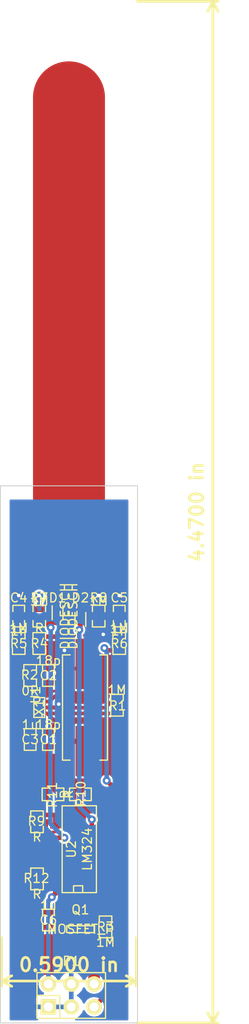
<source format=kicad_pcb>
(kicad_pcb (version 4) (host pcbnew "(2015-02-06 BZR 5410)-product")

  (general
    (links 52)
    (no_connects 0)
    (area 149.0744 77.419999 167.093981 137.210001)
    (thickness 1.6)
    (drawings 12)
    (tracks 171)
    (zones 0)
    (modules 25)
    (nets 20)
  )

  (page A4)
  (layers
    (0 F.Cu signal)
    (31 B.Cu signal)
    (32 B.Adhes user)
    (33 F.Adhes user)
    (34 B.Paste user)
    (35 F.Paste user)
    (36 B.SilkS user)
    (37 F.SilkS user)
    (38 B.Mask user)
    (39 F.Mask user)
    (40 Dwgs.User user)
    (41 Cmts.User user)
    (42 Eco1.User user)
    (43 Eco2.User user)
    (44 Edge.Cuts user)
    (45 Margin user)
    (46 B.CrtYd user)
    (47 F.CrtYd user)
    (48 B.Fab user)
    (49 F.Fab user)
  )

  (setup
    (last_trace_width 8)
    (user_trace_width 0.4064)
    (user_trace_width 0.508)
    (user_trace_width 1.27)
    (user_trace_width 8)
    (trace_clearance 0.2286)
    (zone_clearance 0.2286)
    (zone_45_only no)
    (trace_min 0.254)
    (segment_width 0.2)
    (edge_width 0.1)
    (via_size 0.889)
    (via_drill 0.4)
    (via_min_size 0.889)
    (via_min_drill 0.4)
    (uvia_size 0.508)
    (uvia_drill 0.127)
    (uvias_allowed no)
    (uvia_min_size 0.4572)
    (uvia_min_drill 0.127)
    (pcb_text_width 0.3)
    (pcb_text_size 1.5 1.5)
    (mod_edge_width 0.15)
    (mod_text_size 1 1)
    (mod_text_width 0.15)
    (pad_size 1.5 1.5)
    (pad_drill 0.6)
    (pad_to_mask_clearance 0)
    (aux_axis_origin 0 0)
    (visible_elements FFFEFF7F)
    (pcbplotparams
      (layerselection 0x00030_80000001)
      (usegerberextensions false)
      (excludeedgelayer true)
      (linewidth 0.100000)
      (plotframeref false)
      (viasonmask false)
      (mode 1)
      (useauxorigin false)
      (hpglpennumber 1)
      (hpglpenspeed 20)
      (hpglpendiameter 15)
      (hpglpenoverlay 2)
      (psnegative false)
      (psa4output false)
      (plotreference true)
      (plotvalue true)
      (plotinvisibletext false)
      (padsonsilk false)
      (subtractmaskfromsilk false)
      (outputformat 1)
      (mirror false)
      (drillshape 1)
      (scaleselection 1)
      (outputdirectory ""))
  )

  (net 0 "")
  (net 1 "Net-(C1-Pad1)")
  (net 2 GND)
  (net 3 "Net-(C2-Pad1)")
  (net 4 VCC)
  (net 5 /SENSE_LOW)
  (net 6 /SENSE_HIGH)
  (net 7 /SENSOR_TRACK)
  (net 8 /~ENABLE)
  (net 9 VDD)
  (net 10 "Net-(R1-Pad1)")
  (net 11 "Net-(R4-Pad2)")
  (net 12 "Net-(R12-Pad2)")
  (net 13 "Net-(R9-Pad2)")
  (net 14 "Net-(R10-Pad1)")
  (net 15 "Net-(R10-Pad2)")
  (net 16 /OUT)
  (net 17 "Net-(U2-Pad1)")
  (net 18 "Net-(U2-Pad2)")
  (net 19 "Net-(U2-Pad3)")

  (net_class Default "This is the default net class."
    (clearance 0.2286)
    (trace_width 0.254)
    (via_dia 0.889)
    (via_drill 0.4)
    (uvia_dia 0.508)
    (uvia_drill 0.127)
    (add_net /OUT)
    (add_net /SENSE_HIGH)
    (add_net /SENSE_LOW)
    (add_net /SENSOR_TRACK)
    (add_net /~ENABLE)
    (add_net GND)
    (add_net "Net-(C1-Pad1)")
    (add_net "Net-(C2-Pad1)")
    (add_net "Net-(R1-Pad1)")
    (add_net "Net-(R10-Pad1)")
    (add_net "Net-(R10-Pad2)")
    (add_net "Net-(R12-Pad2)")
    (add_net "Net-(R4-Pad2)")
    (add_net "Net-(R9-Pad2)")
    (add_net "Net-(U2-Pad1)")
    (add_net "Net-(U2-Pad2)")
    (add_net "Net-(U2-Pad3)")
    (add_net VCC)
    (add_net VDD)
  )

  (module SMD_Packages:SMD-0603_c placed (layer F.Cu) (tedit 54D226C6) (tstamp 54D22707)
    (at 155.194 105.664 270)
    (path /54D21881)
    (attr smd)
    (fp_text reference C1 (at 0 0 360) (layer F.SilkS)
      (effects (font (size 1 1) (thickness 0.15)))
    )
    (fp_text value 18p (at -1.651 0 360) (layer F.SilkS)
      (effects (font (size 1 1) (thickness 0.15)))
    )
    (fp_line (start 0.50038 0.65024) (end 1.19888 0.65024) (layer F.SilkS) (width 0.15))
    (fp_line (start -0.50038 0.65024) (end -1.19888 0.65024) (layer F.SilkS) (width 0.15))
    (fp_line (start 0.50038 -0.65024) (end 1.19888 -0.65024) (layer F.SilkS) (width 0.15))
    (fp_line (start -1.19888 -0.65024) (end -0.50038 -0.65024) (layer F.SilkS) (width 0.15))
    (fp_line (start 1.19888 -0.635) (end 1.19888 0.635) (layer F.SilkS) (width 0.15))
    (fp_line (start -1.19888 0.635) (end -1.19888 -0.635) (layer F.SilkS) (width 0.15))
    (pad 1 smd rect (at -0.762 0 270) (size 0.635 1.143) (layers F.Cu F.Paste F.Mask)
      (net 1 "Net-(C1-Pad1)"))
    (pad 2 smd rect (at 0.762 0 270) (size 0.635 1.143) (layers F.Cu F.Paste F.Mask)
      (net 2 GND))
    (model Capacitors_SMD/C_0603.wrl
      (at (xyz 0 0 0.001))
      (scale (xyz 1 1 1))
      (rotate (xyz 0 0 0))
    )
  )

  (module Transistors_SMD:sc70-6 placed (layer F.Cu) (tedit 54D226C6) (tstamp 54D22776)
    (at 154.178 102.108 90)
    (descr SC70-6)
    (path /54D21739)
    (attr smd)
    (fp_text reference U1 (at 1.4 -0.4 90) (layer F.SilkS)
      (effects (font (size 1 1) (thickness 0.15)))
    )
    (fp_text value NC7WZU04P6 (at 2.2 0.2 90) (layer F.SilkS) hide
      (effects (font (size 1 1) (thickness 0.15)))
    )
    (fp_line (start -1.1 0.3) (end -0.8 0.3) (layer F.SilkS) (width 0.15))
    (fp_line (start -0.8 0.3) (end -0.8 0.6) (layer F.SilkS) (width 0.15))
    (fp_line (start 1.1 0.6) (end 1.1 -0.6) (layer F.SilkS) (width 0.15))
    (fp_line (start -1.1 -0.6) (end -1.1 0.6) (layer F.SilkS) (width 0.15))
    (fp_line (start -1.1 0.6) (end 1.1 0.6) (layer F.SilkS) (width 0.15))
    (fp_line (start 1.1 -0.6) (end -1.1 -0.6) (layer F.SilkS) (width 0.15))
    (pad 1 smd rect (at -0.6604 1.016 90) (size 0.4064 0.6604) (layers F.Cu F.Paste F.Mask)
      (net 1 "Net-(C1-Pad1)"))
    (pad 3 smd rect (at 0.6604 1.016 90) (size 0.4064 0.6604) (layers F.Cu F.Paste F.Mask)
      (net 10 "Net-(R1-Pad1)"))
    (pad 2 smd rect (at 0 1.016 90) (size 0.4064 0.6604) (layers F.Cu F.Paste F.Mask)
      (net 2 GND))
    (pad 4 smd rect (at 0.6604 -1.016 90) (size 0.4064 0.6604) (layers F.Cu F.Paste F.Mask)
      (net 11 "Net-(R4-Pad2)"))
    (pad 6 smd rect (at -0.6604 -1.016 90) (size 0.4064 0.6604) (layers F.Cu F.Paste F.Mask)
      (net 10 "Net-(R1-Pad1)"))
    (pad 5 smd rect (at 0 -1.016 90) (size 0.4064 0.6604) (layers F.Cu F.Paste F.Mask)
      (net 4 VCC))
    (model Transistors_SMD/sc70-6.wrl
      (at (xyz 0 0 0))
      (scale (xyz 1 1 1))
      (rotate (xyz 0 0 0))
    )
  )

  (module SMD_Packages:SMD-0603_r placed (layer F.Cu) (tedit 54D226C6) (tstamp 54D22742)
    (at 162.814 101.854 270)
    (path /54D2193D)
    (attr smd)
    (fp_text reference R1 (at 0.0635 -0.0635 360) (layer F.SilkS)
      (effects (font (size 1 1) (thickness 0.15)))
    )
    (fp_text value 1M (at -1.69926 0 360) (layer F.SilkS)
      (effects (font (size 1 1) (thickness 0.15)))
    )
    (fp_line (start -0.50038 -0.6985) (end -1.2065 -0.6985) (layer F.SilkS) (width 0.15))
    (fp_line (start -1.2065 -0.6985) (end -1.2065 0.6985) (layer F.SilkS) (width 0.15))
    (fp_line (start -1.2065 0.6985) (end -0.50038 0.6985) (layer F.SilkS) (width 0.15))
    (fp_line (start 1.2065 -0.6985) (end 0.50038 -0.6985) (layer F.SilkS) (width 0.15))
    (fp_line (start 1.2065 -0.6985) (end 1.2065 0.6985) (layer F.SilkS) (width 0.15))
    (fp_line (start 1.2065 0.6985) (end 0.50038 0.6985) (layer F.SilkS) (width 0.15))
    (pad 1 smd rect (at -0.762 0 270) (size 0.635 1.143) (layers F.Cu F.Paste F.Mask)
      (net 10 "Net-(R1-Pad1)"))
    (pad 2 smd rect (at 0.762 0 270) (size 0.635 1.143) (layers F.Cu F.Paste F.Mask)
      (net 1 "Net-(C1-Pad1)"))
    (model Resistors_SMD/R_0603.wrl
      (at (xyz 0 0 0.001))
      (scale (xyz 1 1 1))
      (rotate (xyz 0 0 0))
    )
  )

  (module SMD_Packages:SMD-0603_c placed (layer F.Cu) (tedit 54D226C6) (tstamp 54D22713)
    (at 153.162 105.664 270)
    (path /54D21E5C)
    (attr smd)
    (fp_text reference C3 (at 0 0 360) (layer F.SilkS)
      (effects (font (size 1 1) (thickness 0.15)))
    )
    (fp_text value 1u (at -1.651 0 360) (layer F.SilkS)
      (effects (font (size 1 1) (thickness 0.15)))
    )
    (fp_line (start 0.50038 0.65024) (end 1.19888 0.65024) (layer F.SilkS) (width 0.15))
    (fp_line (start -0.50038 0.65024) (end -1.19888 0.65024) (layer F.SilkS) (width 0.15))
    (fp_line (start 0.50038 -0.65024) (end 1.19888 -0.65024) (layer F.SilkS) (width 0.15))
    (fp_line (start -1.19888 -0.65024) (end -0.50038 -0.65024) (layer F.SilkS) (width 0.15))
    (fp_line (start 1.19888 -0.635) (end 1.19888 0.635) (layer F.SilkS) (width 0.15))
    (fp_line (start -1.19888 0.635) (end -1.19888 -0.635) (layer F.SilkS) (width 0.15))
    (pad 1 smd rect (at -0.762 0 270) (size 0.635 1.143) (layers F.Cu F.Paste F.Mask)
      (net 4 VCC))
    (pad 2 smd rect (at 0.762 0 270) (size 0.635 1.143) (layers F.Cu F.Paste F.Mask)
      (net 2 GND))
    (model Capacitors_SMD/C_0603.wrl
      (at (xyz 0 0 0.001))
      (scale (xyz 1 1 1))
      (rotate (xyz 0 0 0))
    )
  )

  (module Crystals:Crystal_HC49-SD_SMD placed (layer F.Cu) (tedit 54D226C6) (tstamp 54D2277C)
    (at 159.258 102.108 90)
    (descr "Crystal, Quarz, HC49-SD, SMD,")
    (tags "Crystal, Quarz, HC49-SD, SMD,")
    (path /54D213EA)
    (attr smd)
    (fp_text reference X1 (at 0 -5.08 90) (layer F.SilkS)
      (effects (font (size 1 1) (thickness 0.15)))
    )
    (fp_text value 16MHz (at 2.54 5.08 90) (layer F.SilkS) hide
      (effects (font (size 1 1) (thickness 0.15)))
    )
    (fp_circle (center 0 0) (end 0.8509 0) (layer F.Adhes) (width 0.381))
    (fp_circle (center 0 0) (end 0.50038 0) (layer F.Adhes) (width 0.381))
    (fp_circle (center 0 0) (end 0.14986 0.0508) (layer F.Adhes) (width 0.381))
    (fp_line (start -5.84962 2.49936) (end 5.84962 2.49936) (layer F.SilkS) (width 0.15))
    (fp_line (start 5.84962 -2.49936) (end -5.84962 -2.49936) (layer F.SilkS) (width 0.15))
    (fp_line (start 5.84962 2.49936) (end 5.84962 1.651) (layer F.SilkS) (width 0.15))
    (fp_line (start 5.84962 -2.49936) (end 5.84962 -1.651) (layer F.SilkS) (width 0.15))
    (fp_line (start -5.84962 2.49936) (end -5.84962 1.651) (layer F.SilkS) (width 0.15))
    (fp_line (start -5.84962 -2.49936) (end -5.84962 -1.651) (layer F.SilkS) (width 0.15))
    (pad 1 smd rect (at -4.84886 0 90) (size 5.6007 2.10058) (layers F.Cu F.Paste F.Mask)
      (net 1 "Net-(C1-Pad1)"))
    (pad 2 smd rect (at 4.84886 0 90) (size 5.6007 2.10058) (layers F.Cu F.Paste F.Mask)
      (net 3 "Net-(C2-Pad1)"))
    (model ../../usr/local/share/kicad/modules/packages3d/Crystals_Oscillators_SMD/Q_49U3HMS.wrl
      (at (xyz 0 0 0))
      (scale (xyz 1 1 1))
      (rotate (xyz 0 0 0))
    )
  )

  (module SMD_Packages:SMD-0603_c placed (layer F.Cu) (tedit 54D226C6) (tstamp 54D2270D)
    (at 155.194 98.552 270)
    (path /54D218DE)
    (attr smd)
    (fp_text reference C2 (at 0 0 360) (layer F.SilkS)
      (effects (font (size 1 1) (thickness 0.15)))
    )
    (fp_text value 18p (at -1.651 0 360) (layer F.SilkS)
      (effects (font (size 1 1) (thickness 0.15)))
    )
    (fp_line (start 0.50038 0.65024) (end 1.19888 0.65024) (layer F.SilkS) (width 0.15))
    (fp_line (start -0.50038 0.65024) (end -1.19888 0.65024) (layer F.SilkS) (width 0.15))
    (fp_line (start 0.50038 -0.65024) (end 1.19888 -0.65024) (layer F.SilkS) (width 0.15))
    (fp_line (start -1.19888 -0.65024) (end -0.50038 -0.65024) (layer F.SilkS) (width 0.15))
    (fp_line (start 1.19888 -0.635) (end 1.19888 0.635) (layer F.SilkS) (width 0.15))
    (fp_line (start -1.19888 0.635) (end -1.19888 -0.635) (layer F.SilkS) (width 0.15))
    (pad 1 smd rect (at -0.762 0 270) (size 0.635 1.143) (layers F.Cu F.Paste F.Mask)
      (net 3 "Net-(C2-Pad1)"))
    (pad 2 smd rect (at 0.762 0 270) (size 0.635 1.143) (layers F.Cu F.Paste F.Mask)
      (net 2 GND))
    (model Capacitors_SMD/C_0603.wrl
      (at (xyz 0 0 0.001))
      (scale (xyz 1 1 1))
      (rotate (xyz 0 0 0))
    )
  )

  (module SMD_Packages:SMD-0603_r placed (layer F.Cu) (tedit 54D226C6) (tstamp 54D22748)
    (at 153.162 98.552 90)
    (path /54D21994)
    (attr smd)
    (fp_text reference R2 (at 0.0635 -0.0635 180) (layer F.SilkS)
      (effects (font (size 1 1) (thickness 0.15)))
    )
    (fp_text value 0R (at -1.69926 0 180) (layer F.SilkS)
      (effects (font (size 1 1) (thickness 0.15)))
    )
    (fp_line (start -0.50038 -0.6985) (end -1.2065 -0.6985) (layer F.SilkS) (width 0.15))
    (fp_line (start -1.2065 -0.6985) (end -1.2065 0.6985) (layer F.SilkS) (width 0.15))
    (fp_line (start -1.2065 0.6985) (end -0.50038 0.6985) (layer F.SilkS) (width 0.15))
    (fp_line (start 1.2065 -0.6985) (end 0.50038 -0.6985) (layer F.SilkS) (width 0.15))
    (fp_line (start 1.2065 -0.6985) (end 1.2065 0.6985) (layer F.SilkS) (width 0.15))
    (fp_line (start 1.2065 0.6985) (end 0.50038 0.6985) (layer F.SilkS) (width 0.15))
    (pad 1 smd rect (at -0.762 0 90) (size 0.635 1.143) (layers F.Cu F.Paste F.Mask)
      (net 10 "Net-(R1-Pad1)"))
    (pad 2 smd rect (at 0.762 0 90) (size 0.635 1.143) (layers F.Cu F.Paste F.Mask)
      (net 3 "Net-(C2-Pad1)"))
    (model Resistors_SMD/R_0603.wrl
      (at (xyz 0 0 0.001))
      (scale (xyz 1 1 1))
      (rotate (xyz 0 0 0))
    )
  )

  (module SMD_Packages:SMD-0603_r placed (layer F.Cu) (tedit 54D226C6) (tstamp 54D24D89)
    (at 154.178 94.996 270)
    (path /54D2209D)
    (attr smd)
    (fp_text reference R4 (at 0 0 360) (layer F.SilkS)
      (effects (font (size 1 1) (thickness 0.15)))
    )
    (fp_text value R (at -1.69926 0 360) (layer F.SilkS)
      (effects (font (size 1 1) (thickness 0.15)))
    )
    (fp_line (start -0.50038 -0.6985) (end -1.2065 -0.6985) (layer F.SilkS) (width 0.15))
    (fp_line (start -1.2065 -0.6985) (end -1.2065 0.6985) (layer F.SilkS) (width 0.15))
    (fp_line (start -1.2065 0.6985) (end -0.50038 0.6985) (layer F.SilkS) (width 0.15))
    (fp_line (start 1.2065 -0.6985) (end 0.50038 -0.6985) (layer F.SilkS) (width 0.15))
    (fp_line (start 1.2065 -0.6985) (end 1.2065 0.6985) (layer F.SilkS) (width 0.15))
    (fp_line (start 1.2065 0.6985) (end 0.50038 0.6985) (layer F.SilkS) (width 0.15))
    (pad 1 smd rect (at -0.762 0 270) (size 0.635 1.143) (layers F.Cu F.Paste F.Mask)
      (net 7 /SENSOR_TRACK))
    (pad 2 smd rect (at 0.762 0 270) (size 0.635 1.143) (layers F.Cu F.Paste F.Mask)
      (net 11 "Net-(R4-Pad2)"))
    (model Resistors_SMD/R_0603.wrl
      (at (xyz 0 0 0.001))
      (scale (xyz 1 1 1))
      (rotate (xyz 0 0 0))
    )
  )

  (module SMD_Packages:SMD-0603_c placed (layer F.Cu) (tedit 54D226C6) (tstamp 54D22719)
    (at 151.892 91.948 90)
    (path /54D2222A)
    (attr smd)
    (fp_text reference C4 (at 2.032 0 180) (layer F.SilkS)
      (effects (font (size 1 1) (thickness 0.15)))
    )
    (fp_text value 1n (at -1.651 0 180) (layer F.SilkS)
      (effects (font (size 1 1) (thickness 0.15)))
    )
    (fp_line (start 0.50038 0.65024) (end 1.19888 0.65024) (layer F.SilkS) (width 0.15))
    (fp_line (start -0.50038 0.65024) (end -1.19888 0.65024) (layer F.SilkS) (width 0.15))
    (fp_line (start 0.50038 -0.65024) (end 1.19888 -0.65024) (layer F.SilkS) (width 0.15))
    (fp_line (start -1.19888 -0.65024) (end -0.50038 -0.65024) (layer F.SilkS) (width 0.15))
    (fp_line (start 1.19888 -0.635) (end 1.19888 0.635) (layer F.SilkS) (width 0.15))
    (fp_line (start -1.19888 0.635) (end -1.19888 -0.635) (layer F.SilkS) (width 0.15))
    (pad 1 smd rect (at -0.762 0 90) (size 0.635 1.143) (layers F.Cu F.Paste F.Mask)
      (net 5 /SENSE_LOW))
    (pad 2 smd rect (at 0.762 0 90) (size 0.635 1.143) (layers F.Cu F.Paste F.Mask)
      (net 2 GND))
    (model Capacitors_SMD/C_0603.wrl
      (at (xyz 0 0 0))
      (scale (xyz 1 1 1))
      (rotate (xyz 0 0 0))
    )
  )

  (module SMD_Packages:SMD-0603_c placed (layer F.Cu) (tedit 54D226C6) (tstamp 54D2271F)
    (at 163.068 91.948 90)
    (path /54D22484)
    (attr smd)
    (fp_text reference C5 (at 2.032 0 180) (layer F.SilkS)
      (effects (font (size 1 1) (thickness 0.15)))
    )
    (fp_text value 1n (at -1.651 0 180) (layer F.SilkS)
      (effects (font (size 1 1) (thickness 0.15)))
    )
    (fp_line (start 0.50038 0.65024) (end 1.19888 0.65024) (layer F.SilkS) (width 0.15))
    (fp_line (start -0.50038 0.65024) (end -1.19888 0.65024) (layer F.SilkS) (width 0.15))
    (fp_line (start 0.50038 -0.65024) (end 1.19888 -0.65024) (layer F.SilkS) (width 0.15))
    (fp_line (start -1.19888 -0.65024) (end -0.50038 -0.65024) (layer F.SilkS) (width 0.15))
    (fp_line (start 1.19888 -0.635) (end 1.19888 0.635) (layer F.SilkS) (width 0.15))
    (fp_line (start -1.19888 0.635) (end -1.19888 -0.635) (layer F.SilkS) (width 0.15))
    (pad 1 smd rect (at -0.762 0 90) (size 0.635 1.143) (layers F.Cu F.Paste F.Mask)
      (net 6 /SENSE_HIGH))
    (pad 2 smd rect (at 0.762 0 90) (size 0.635 1.143) (layers F.Cu F.Paste F.Mask)
      (net 2 GND))
    (model Capacitors_SMD/C_0603.wrl
      (at (xyz 0 0 0.001))
      (scale (xyz 1 1 1))
      (rotate (xyz 0 0 0))
    )
  )

  (module Pin_Headers:Pin_Header_Straight_2x03 placed (layer F.Cu) (tedit 54D226C6) (tstamp 54D22735)
    (at 157.734 134.112)
    (descr "Through hole pin header")
    (tags "pin header")
    (path /54D22B40)
    (fp_text reference P1 (at 0 -3.81) (layer F.SilkS)
      (effects (font (size 1 1) (thickness 0.15)))
    )
    (fp_text value CONN_01X06 (at 0 0) (layer F.SilkS) hide
      (effects (font (size 1 1) (thickness 0.15)))
    )
    (fp_line (start -3.81 0) (end -1.27 0) (layer F.SilkS) (width 0.15))
    (fp_line (start -1.27 0) (end -1.27 2.54) (layer F.SilkS) (width 0.15))
    (fp_line (start -3.81 2.54) (end 3.81 2.54) (layer F.SilkS) (width 0.15))
    (fp_line (start 3.81 2.54) (end 3.81 -2.54) (layer F.SilkS) (width 0.15))
    (fp_line (start 3.81 -2.54) (end -1.27 -2.54) (layer F.SilkS) (width 0.15))
    (fp_line (start -3.81 2.54) (end -3.81 0) (layer F.SilkS) (width 0.15))
    (fp_line (start -3.81 -2.54) (end -3.81 0) (layer F.SilkS) (width 0.15))
    (fp_line (start -1.27 -2.54) (end -3.81 -2.54) (layer F.SilkS) (width 0.15))
    (pad 1 thru_hole rect (at -2.54 1.27) (size 1.7272 1.7272) (drill 1.016) (layers *.Cu *.Mask F.SilkS)
      (net 2 GND))
    (pad 2 thru_hole oval (at -2.54 -1.27) (size 1.7272 1.7272) (drill 1.016) (layers *.Cu *.Mask F.SilkS)
      (net 16 /OUT))
    (pad 3 thru_hole oval (at 0 1.27) (size 1.7272 1.7272) (drill 1.016) (layers *.Cu *.Mask F.SilkS)
      (net 2 GND))
    (pad 4 thru_hole oval (at 0 -1.27) (size 1.7272 1.7272) (drill 1.016) (layers *.Cu *.Mask F.SilkS)
      (net 2 GND))
    (pad 5 thru_hole oval (at 2.54 1.27) (size 1.7272 1.7272) (drill 1.016) (layers *.Cu *.Mask F.SilkS)
      (net 8 /~ENABLE))
    (pad 6 thru_hole oval (at 2.54 -1.27) (size 1.7272 1.7272) (drill 1.016) (layers *.Cu *.Mask F.SilkS)
      (net 9 VDD))
    (model Pin_Headers/Pin_Header_Straight_2x03.wrl
      (at (xyz 0 0 0))
      (scale (xyz 1 1 1))
      (rotate (xyz 0 0 0))
    )
  )

  (module SMD_Packages:SOT-23-GDS placed (layer F.Cu) (tedit 54D226C6) (tstamp 54D2AE9D)
    (at 158.75 126.746)
    (descr "Module CMS SOT23 Transistore EBC")
    (tags "CMS SOT")
    (path /54D22CB3)
    (attr smd)
    (fp_text reference Q1 (at 0 -2.159) (layer F.SilkS)
      (effects (font (size 1 1) (thickness 0.15)))
    )
    (fp_text value MOSFET_P (at 0 0) (layer F.SilkS)
      (effects (font (size 1 1) (thickness 0.15)))
    )
    (fp_line (start -1.524 -0.381) (end 1.524 -0.381) (layer F.SilkS) (width 0.15))
    (fp_line (start 1.524 -0.381) (end 1.524 0.381) (layer F.SilkS) (width 0.15))
    (fp_line (start 1.524 0.381) (end -1.524 0.381) (layer F.SilkS) (width 0.15))
    (fp_line (start -1.524 0.381) (end -1.524 -0.381) (layer F.SilkS) (width 0.15))
    (pad S smd rect (at -0.889 -1.016) (size 0.9144 0.9144) (layers F.Cu F.Paste F.Mask)
      (net 4 VCC))
    (pad G smd rect (at 0.889 -1.016) (size 0.9144 0.9144) (layers F.Cu F.Paste F.Mask)
      (net 8 /~ENABLE))
    (pad D smd rect (at 0 1.016) (size 0.9144 0.9144) (layers F.Cu F.Paste F.Mask)
      (net 9 VDD))
    (model SMD_Packages/SOT-23-GDS.wrl
      (at (xyz 0 0 0))
      (scale (xyz 0.13 0.15 0.15))
      (rotate (xyz 0 0 0))
    )
  )

  (module SMD_Packages:SMD-0603_r placed (layer F.Cu) (tedit 54D226C6) (tstamp 54D2AE91)
    (at 161.544 126.492 90)
    (path /54D22EA4)
    (attr smd)
    (fp_text reference R3 (at 0 0 180) (layer F.SilkS)
      (effects (font (size 1 1) (thickness 0.15)))
    )
    (fp_text value 1M (at -1.69926 0 180) (layer F.SilkS)
      (effects (font (size 1 1) (thickness 0.15)))
    )
    (fp_line (start -0.50038 -0.6985) (end -1.2065 -0.6985) (layer F.SilkS) (width 0.15))
    (fp_line (start -1.2065 -0.6985) (end -1.2065 0.6985) (layer F.SilkS) (width 0.15))
    (fp_line (start -1.2065 0.6985) (end -0.50038 0.6985) (layer F.SilkS) (width 0.15))
    (fp_line (start 1.2065 -0.6985) (end 0.50038 -0.6985) (layer F.SilkS) (width 0.15))
    (fp_line (start 1.2065 -0.6985) (end 1.2065 0.6985) (layer F.SilkS) (width 0.15))
    (fp_line (start 1.2065 0.6985) (end 0.50038 0.6985) (layer F.SilkS) (width 0.15))
    (pad 1 smd rect (at -0.762 0 90) (size 0.635 1.143) (layers F.Cu F.Paste F.Mask)
      (net 9 VDD))
    (pad 2 smd rect (at 0.762 0 90) (size 0.635 1.143) (layers F.Cu F.Paste F.Mask)
      (net 8 /~ENABLE))
    (model Resistors_SMD/R_0603.wrl
      (at (xyz 0 0 0.001))
      (scale (xyz 1 1 1))
      (rotate (xyz 0 0 0))
    )
  )

  (module SMD_Packages:SMD-0603_r placed (layer F.Cu) (tedit 54D226C6) (tstamp 54D2275A)
    (at 151.892 94.996 270)
    (path /54D22174)
    (attr smd)
    (fp_text reference R5 (at 0 0 360) (layer F.SilkS)
      (effects (font (size 1 1) (thickness 0.15)))
    )
    (fp_text value 1M (at -1.69926 0 360) (layer F.SilkS)
      (effects (font (size 1 1) (thickness 0.15)))
    )
    (fp_line (start -0.50038 -0.6985) (end -1.2065 -0.6985) (layer F.SilkS) (width 0.15))
    (fp_line (start -1.2065 -0.6985) (end -1.2065 0.6985) (layer F.SilkS) (width 0.15))
    (fp_line (start -1.2065 0.6985) (end -0.50038 0.6985) (layer F.SilkS) (width 0.15))
    (fp_line (start 1.2065 -0.6985) (end 0.50038 -0.6985) (layer F.SilkS) (width 0.15))
    (fp_line (start 1.2065 -0.6985) (end 1.2065 0.6985) (layer F.SilkS) (width 0.15))
    (fp_line (start 1.2065 0.6985) (end 0.50038 0.6985) (layer F.SilkS) (width 0.15))
    (pad 1 smd rect (at -0.762 0 270) (size 0.635 1.143) (layers F.Cu F.Paste F.Mask)
      (net 5 /SENSE_LOW))
    (pad 2 smd rect (at 0.762 0 270) (size 0.635 1.143) (layers F.Cu F.Paste F.Mask)
      (net 4 VCC))
    (model Resistors_SMD/R_0603.wrl
      (at (xyz 0 0 0.001))
      (scale (xyz 1 1 1))
      (rotate (xyz 0 0 0))
    )
  )

  (module SMD_Packages:SMD-0603_r placed (layer F.Cu) (tedit 54D226C6) (tstamp 54D22760)
    (at 163.068 94.996 270)
    (path /54D2252C)
    (attr smd)
    (fp_text reference R6 (at 0 0 360) (layer F.SilkS)
      (effects (font (size 1 1) (thickness 0.15)))
    )
    (fp_text value 1M (at -1.69926 0 360) (layer F.SilkS)
      (effects (font (size 1 1) (thickness 0.15)))
    )
    (fp_line (start -0.50038 -0.6985) (end -1.2065 -0.6985) (layer F.SilkS) (width 0.15))
    (fp_line (start -1.2065 -0.6985) (end -1.2065 0.6985) (layer F.SilkS) (width 0.15))
    (fp_line (start -1.2065 0.6985) (end -0.50038 0.6985) (layer F.SilkS) (width 0.15))
    (fp_line (start 1.2065 -0.6985) (end 0.50038 -0.6985) (layer F.SilkS) (width 0.15))
    (fp_line (start 1.2065 -0.6985) (end 1.2065 0.6985) (layer F.SilkS) (width 0.15))
    (fp_line (start 1.2065 0.6985) (end 0.50038 0.6985) (layer F.SilkS) (width 0.15))
    (pad 1 smd rect (at -0.762 0 270) (size 0.635 1.143) (layers F.Cu F.Paste F.Mask)
      (net 6 /SENSE_HIGH))
    (pad 2 smd rect (at 0.762 0 270) (size 0.635 1.143) (layers F.Cu F.Paste F.Mask)
      (net 4 VCC))
    (model Resistors_SMD/R_0603.wrl
      (at (xyz 0 0 0.001))
      (scale (xyz 1 1 1))
      (rotate (xyz 0 0 0))
    )
  )

  (module SMD_Packages:SMD-0603_r placed (layer F.Cu) (tedit 54D226C6) (tstamp 54D22766)
    (at 154.178 91.948 270)
    (path /54D222F8)
    (attr smd)
    (fp_text reference R7 (at -2.032 0 360) (layer F.SilkS)
      (effects (font (size 1 1) (thickness 0.15)))
    )
    (fp_text value 1M (at -1.69926 0 360) (layer F.SilkS)
      (effects (font (size 1 1) (thickness 0.15)))
    )
    (fp_line (start -0.50038 -0.6985) (end -1.2065 -0.6985) (layer F.SilkS) (width 0.15))
    (fp_line (start -1.2065 -0.6985) (end -1.2065 0.6985) (layer F.SilkS) (width 0.15))
    (fp_line (start -1.2065 0.6985) (end -0.50038 0.6985) (layer F.SilkS) (width 0.15))
    (fp_line (start 1.2065 -0.6985) (end 0.50038 -0.6985) (layer F.SilkS) (width 0.15))
    (fp_line (start 1.2065 -0.6985) (end 1.2065 0.6985) (layer F.SilkS) (width 0.15))
    (fp_line (start 1.2065 0.6985) (end 0.50038 0.6985) (layer F.SilkS) (width 0.15))
    (pad 1 smd rect (at -0.762 0 270) (size 0.635 1.143) (layers F.Cu F.Paste F.Mask)
      (net 2 GND))
    (pad 2 smd rect (at 0.762 0 270) (size 0.635 1.143) (layers F.Cu F.Paste F.Mask)
      (net 5 /SENSE_LOW))
    (model Resistors_SMD/R_0603.wrl
      (at (xyz 0 0 0.001))
      (scale (xyz 1 1 1))
      (rotate (xyz 0 0 0))
    )
  )

  (module SMD_Packages:SMD-0603_r placed (layer F.Cu) (tedit 54D226C6) (tstamp 54D2276C)
    (at 160.782 91.948 270)
    (path /54D221C8)
    (attr smd)
    (fp_text reference R8 (at -2.032 0 360) (layer F.SilkS)
      (effects (font (size 1 1) (thickness 0.15)))
    )
    (fp_text value 1M (at -1.69926 0 360) (layer F.SilkS)
      (effects (font (size 1 1) (thickness 0.15)))
    )
    (fp_line (start -0.50038 -0.6985) (end -1.2065 -0.6985) (layer F.SilkS) (width 0.15))
    (fp_line (start -1.2065 -0.6985) (end -1.2065 0.6985) (layer F.SilkS) (width 0.15))
    (fp_line (start -1.2065 0.6985) (end -0.50038 0.6985) (layer F.SilkS) (width 0.15))
    (fp_line (start 1.2065 -0.6985) (end 0.50038 -0.6985) (layer F.SilkS) (width 0.15))
    (fp_line (start 1.2065 -0.6985) (end 1.2065 0.6985) (layer F.SilkS) (width 0.15))
    (fp_line (start 1.2065 0.6985) (end 0.50038 0.6985) (layer F.SilkS) (width 0.15))
    (pad 1 smd rect (at -0.762 0 270) (size 0.635 1.143) (layers F.Cu F.Paste F.Mask)
      (net 2 GND))
    (pad 2 smd rect (at 0.762 0 270) (size 0.635 1.143) (layers F.Cu F.Paste F.Mask)
      (net 6 /SENSE_HIGH))
    (model Resistors_SMD/R_0603.wrl
      (at (xyz 0 0 0.001))
      (scale (xyz 1 1 1))
      (rotate (xyz 0 0 0))
    )
  )

  (module SMD_Packages:SMD-0603_c (layer F.Cu) (tedit 54D24E80) (tstamp 54D2AEAA)
    (at 155.194 125.73 270)
    (path /54D2428C)
    (attr smd)
    (fp_text reference C6 (at 0 0 360) (layer F.SilkS)
      (effects (font (size 1 1) (thickness 0.15)))
    )
    (fp_text value 1u (at -1.651 0 360) (layer F.SilkS)
      (effects (font (size 1 1) (thickness 0.15)))
    )
    (fp_line (start 0.50038 0.65024) (end 1.19888 0.65024) (layer F.SilkS) (width 0.15))
    (fp_line (start -0.50038 0.65024) (end -1.19888 0.65024) (layer F.SilkS) (width 0.15))
    (fp_line (start 0.50038 -0.65024) (end 1.19888 -0.65024) (layer F.SilkS) (width 0.15))
    (fp_line (start -1.19888 -0.65024) (end -0.50038 -0.65024) (layer F.SilkS) (width 0.15))
    (fp_line (start 1.19888 -0.635) (end 1.19888 0.635) (layer F.SilkS) (width 0.15))
    (fp_line (start -1.19888 0.635) (end -1.19888 -0.635) (layer F.SilkS) (width 0.15))
    (pad 1 smd rect (at -0.762 0 270) (size 0.635 1.143) (layers F.Cu F.Paste F.Mask)
      (net 4 VCC))
    (pad 2 smd rect (at 0.762 0 270) (size 0.635 1.143) (layers F.Cu F.Paste F.Mask)
      (net 2 GND))
    (model Capacitors_SMD/C_0603.wrl
      (at (xyz 0 0 0.001))
      (scale (xyz 1 1 1))
      (rotate (xyz 0 0 0))
    )
  )

  (module SMD_Packages:SOD-523 (layer F.Cu) (tedit 54D255C3) (tstamp 54D25618)
    (at 156.21 91.948 90)
    (descr "http://www.diodes.com/datasheets/ap02001.pdf p.144")
    (tags "Diode SOD523")
    (path /54D21FCD)
    (fp_text reference D1 (at 2.032 0 180) (layer F.SilkS)
      (effects (font (size 1 1) (thickness 0.15)))
    )
    (fp_text value DIODESCH (at 0 1.7 90) (layer F.SilkS)
      (effects (font (size 1 1) (thickness 0.15)))
    )
    (fp_line (start -0.4 0.6) (end 1.15 0.6) (layer F.SilkS) (width 0.15))
    (fp_line (start -0.4 -0.6) (end 1.15 -0.6) (layer F.SilkS) (width 0.15))
    (pad 1 smd rect (at -0.7 0 90) (size 0.6 0.7) (layers F.Cu F.Paste F.Mask)
      (net 5 /SENSE_LOW))
    (pad 2 smd rect (at 0.7 0 90) (size 0.6 0.7) (layers F.Cu F.Paste F.Mask)
      (net 7 /SENSOR_TRACK))
  )

  (module SMD_Packages:SOD-523 (layer F.Cu) (tedit 54D255C3) (tstamp 54D2561D)
    (at 158.75 91.948 270)
    (descr "http://www.diodes.com/datasheets/ap02001.pdf p.144")
    (tags "Diode SOD523")
    (path /54D22068)
    (fp_text reference D2 (at -2.032 0 360) (layer F.SilkS)
      (effects (font (size 1 1) (thickness 0.15)))
    )
    (fp_text value DIODESCH (at 0 1.7 270) (layer F.SilkS)
      (effects (font (size 1 1) (thickness 0.15)))
    )
    (fp_line (start -0.4 0.6) (end 1.15 0.6) (layer F.SilkS) (width 0.15))
    (fp_line (start -0.4 -0.6) (end 1.15 -0.6) (layer F.SilkS) (width 0.15))
    (pad 1 smd rect (at -0.7 0 270) (size 0.6 0.7) (layers F.Cu F.Paste F.Mask)
      (net 7 /SENSOR_TRACK))
    (pad 2 smd rect (at 0.7 0 270) (size 0.6 0.7) (layers F.Cu F.Paste F.Mask)
      (net 6 /SENSE_HIGH))
  )

  (module SMD_Packages:SMD-0603_r (layer F.Cu) (tedit 54D2ACB4) (tstamp 54D2ADC0)
    (at 153.924 114.808 90)
    (path /54D2B12F)
    (attr smd)
    (fp_text reference R9 (at 0.0635 -0.0635 180) (layer F.SilkS)
      (effects (font (size 1 1) (thickness 0.15)))
    )
    (fp_text value R (at -1.69926 0 180) (layer F.SilkS)
      (effects (font (size 1 1) (thickness 0.15)))
    )
    (fp_line (start -0.50038 -0.6985) (end -1.2065 -0.6985) (layer F.SilkS) (width 0.15))
    (fp_line (start -1.2065 -0.6985) (end -1.2065 0.6985) (layer F.SilkS) (width 0.15))
    (fp_line (start -1.2065 0.6985) (end -0.50038 0.6985) (layer F.SilkS) (width 0.15))
    (fp_line (start 1.2065 -0.6985) (end 0.50038 -0.6985) (layer F.SilkS) (width 0.15))
    (fp_line (start 1.2065 -0.6985) (end 1.2065 0.6985) (layer F.SilkS) (width 0.15))
    (fp_line (start 1.2065 0.6985) (end 0.50038 0.6985) (layer F.SilkS) (width 0.15))
    (pad 1 smd rect (at -0.762 0 90) (size 0.635 1.143) (layers F.Cu F.Paste F.Mask)
      (net 12 "Net-(R12-Pad2)"))
    (pad 2 smd rect (at 0.762 0 90) (size 0.635 1.143) (layers F.Cu F.Paste F.Mask)
      (net 13 "Net-(R9-Pad2)"))
    (model Resistors_SMD/R_0603.wrl
      (at (xyz 0 0 0.001))
      (scale (xyz 1 1 1))
      (rotate (xyz 0 0 0))
    )
  )

  (module SMD_Packages:SMD-0603_r (layer F.Cu) (tedit 54D2ACB4) (tstamp 54D2ADCC)
    (at 158.75 111.76)
    (path /54D2B156)
    (attr smd)
    (fp_text reference R10 (at 0.0635 -0.0635 90) (layer F.SilkS)
      (effects (font (size 1 1) (thickness 0.15)))
    )
    (fp_text value R (at -1.69926 0 90) (layer F.SilkS)
      (effects (font (size 1 1) (thickness 0.15)))
    )
    (fp_line (start -0.50038 -0.6985) (end -1.2065 -0.6985) (layer F.SilkS) (width 0.15))
    (fp_line (start -1.2065 -0.6985) (end -1.2065 0.6985) (layer F.SilkS) (width 0.15))
    (fp_line (start -1.2065 0.6985) (end -0.50038 0.6985) (layer F.SilkS) (width 0.15))
    (fp_line (start 1.2065 -0.6985) (end 0.50038 -0.6985) (layer F.SilkS) (width 0.15))
    (fp_line (start 1.2065 -0.6985) (end 1.2065 0.6985) (layer F.SilkS) (width 0.15))
    (fp_line (start 1.2065 0.6985) (end 0.50038 0.6985) (layer F.SilkS) (width 0.15))
    (pad 1 smd rect (at -0.762 0) (size 0.635 1.143) (layers F.Cu F.Paste F.Mask)
      (net 14 "Net-(R10-Pad1)"))
    (pad 2 smd rect (at 0.762 0) (size 0.635 1.143) (layers F.Cu F.Paste F.Mask)
      (net 15 "Net-(R10-Pad2)"))
    (model Resistors_SMD/R_0603.wrl
      (at (xyz 0 0 0.001))
      (scale (xyz 1 1 1))
      (rotate (xyz 0 0 0))
    )
  )

  (module SMD_Packages:SMD-0603_r (layer F.Cu) (tedit 54D2ACB4) (tstamp 54D2ADD8)
    (at 155.702 111.76 180)
    (path /54D2B17D)
    (attr smd)
    (fp_text reference R11 (at 0.0635 -0.0635 270) (layer F.SilkS)
      (effects (font (size 1 1) (thickness 0.15)))
    )
    (fp_text value R (at -1.69926 0 270) (layer F.SilkS)
      (effects (font (size 1 1) (thickness 0.15)))
    )
    (fp_line (start -0.50038 -0.6985) (end -1.2065 -0.6985) (layer F.SilkS) (width 0.15))
    (fp_line (start -1.2065 -0.6985) (end -1.2065 0.6985) (layer F.SilkS) (width 0.15))
    (fp_line (start -1.2065 0.6985) (end -0.50038 0.6985) (layer F.SilkS) (width 0.15))
    (fp_line (start 1.2065 -0.6985) (end 0.50038 -0.6985) (layer F.SilkS) (width 0.15))
    (fp_line (start 1.2065 -0.6985) (end 1.2065 0.6985) (layer F.SilkS) (width 0.15))
    (fp_line (start 1.2065 0.6985) (end 0.50038 0.6985) (layer F.SilkS) (width 0.15))
    (pad 1 smd rect (at -0.762 0 180) (size 0.635 1.143) (layers F.Cu F.Paste F.Mask)
      (net 14 "Net-(R10-Pad1)"))
    (pad 2 smd rect (at 0.762 0 180) (size 0.635 1.143) (layers F.Cu F.Paste F.Mask)
      (net 2 GND))
    (model Resistors_SMD/R_0603.wrl
      (at (xyz 0 0 0.001))
      (scale (xyz 1 1 1))
      (rotate (xyz 0 0 0))
    )
  )

  (module SMD_Packages:SMD-0603_r (layer F.Cu) (tedit 54D2ACB4) (tstamp 54D2ADE4)
    (at 153.924 121.158 90)
    (path /54D2B42B)
    (attr smd)
    (fp_text reference R12 (at 0.0635 -0.0635 180) (layer F.SilkS)
      (effects (font (size 1 1) (thickness 0.15)))
    )
    (fp_text value R (at -1.69926 0 180) (layer F.SilkS)
      (effects (font (size 1 1) (thickness 0.15)))
    )
    (fp_line (start -0.50038 -0.6985) (end -1.2065 -0.6985) (layer F.SilkS) (width 0.15))
    (fp_line (start -1.2065 -0.6985) (end -1.2065 0.6985) (layer F.SilkS) (width 0.15))
    (fp_line (start -1.2065 0.6985) (end -0.50038 0.6985) (layer F.SilkS) (width 0.15))
    (fp_line (start 1.2065 -0.6985) (end 0.50038 -0.6985) (layer F.SilkS) (width 0.15))
    (fp_line (start 1.2065 -0.6985) (end 1.2065 0.6985) (layer F.SilkS) (width 0.15))
    (fp_line (start 1.2065 0.6985) (end 0.50038 0.6985) (layer F.SilkS) (width 0.15))
    (pad 1 smd rect (at -0.762 0 90) (size 0.635 1.143) (layers F.Cu F.Paste F.Mask)
      (net 16 /OUT))
    (pad 2 smd rect (at 0.762 0 90) (size 0.635 1.143) (layers F.Cu F.Paste F.Mask)
      (net 12 "Net-(R12-Pad2)"))
    (model Resistors_SMD/R_0603.wrl
      (at (xyz 0 0 0.001))
      (scale (xyz 1 1 1))
      (rotate (xyz 0 0 0))
    )
  )

  (module SMD_Packages:SOIC-14_W (layer F.Cu) (tedit 54D2ACB4) (tstamp 54D2ADE5)
    (at 158.496 117.856 90)
    (descr "module CMS SOJ 14 pins etroit")
    (tags "CMS SOJ")
    (path /54D2AB47)
    (attr smd)
    (fp_text reference U2 (at 0 -0.762 90) (layer F.SilkS)
      (effects (font (size 1 1) (thickness 0.15)))
    )
    (fp_text value LM324 (at 0 1.016 90) (layer F.SilkS)
      (effects (font (size 1 1) (thickness 0.15)))
    )
    (fp_line (start -4.826 -1.778) (end 4.826 -1.778) (layer F.SilkS) (width 0.15))
    (fp_line (start 4.826 -1.778) (end 4.826 2.032) (layer F.SilkS) (width 0.15))
    (fp_line (start 4.826 2.032) (end -4.826 2.032) (layer F.SilkS) (width 0.15))
    (fp_line (start -4.826 2.032) (end -4.826 -1.778) (layer F.SilkS) (width 0.15))
    (fp_line (start -4.826 -0.508) (end -4.064 -0.508) (layer F.SilkS) (width 0.15))
    (fp_line (start -4.064 -0.508) (end -4.064 0.508) (layer F.SilkS) (width 0.15))
    (fp_line (start -4.064 0.508) (end -4.826 0.508) (layer F.SilkS) (width 0.15))
    (pad 1 smd rect (at -3.81 2.794 90) (size 0.508 1.143) (layers F.Cu F.Paste F.Mask)
      (net 17 "Net-(U2-Pad1)"))
    (pad 2 smd rect (at -2.54 2.794 90) (size 0.508 1.143) (layers F.Cu F.Paste F.Mask)
      (net 18 "Net-(U2-Pad2)"))
    (pad 3 smd rect (at -1.27 2.794 90) (size 0.508 1.143) (layers F.Cu F.Paste F.Mask)
      (net 19 "Net-(U2-Pad3)"))
    (pad 4 smd rect (at 0 2.794 90) (size 0.508 1.143) (layers F.Cu F.Paste F.Mask)
      (net 4 VCC))
    (pad 5 smd rect (at 1.27 2.794 90) (size 0.508 1.143) (layers F.Cu F.Paste F.Mask)
      (net 6 /SENSE_HIGH))
    (pad 6 smd rect (at 2.54 2.794 90) (size 0.508 1.143) (layers F.Cu F.Paste F.Mask)
      (net 15 "Net-(R10-Pad2)"))
    (pad 7 smd rect (at 3.81 2.794 90) (size 0.508 1.143) (layers F.Cu F.Paste F.Mask)
      (net 15 "Net-(R10-Pad2)"))
    (pad 8 smd rect (at 3.81 -2.54 90) (size 0.508 1.143) (layers F.Cu F.Paste F.Mask)
      (net 13 "Net-(R9-Pad2)"))
    (pad 9 smd rect (at 2.54 -2.54 90) (size 0.508 1.143) (layers F.Cu F.Paste F.Mask)
      (net 13 "Net-(R9-Pad2)"))
    (pad 10 smd rect (at 1.27 -2.54 90) (size 0.508 1.143) (layers F.Cu F.Paste F.Mask)
      (net 5 /SENSE_LOW))
    (pad 11 smd rect (at 0 -2.54 90) (size 0.508 1.143) (layers F.Cu F.Paste F.Mask)
      (net 2 GND))
    (pad 12 smd rect (at -1.27 -2.54 90) (size 0.508 1.143) (layers F.Cu F.Paste F.Mask)
      (net 14 "Net-(R10-Pad1)"))
    (pad 13 smd rect (at -2.54 -2.54 90) (size 0.508 1.143) (layers F.Cu F.Paste F.Mask)
      (net 12 "Net-(R12-Pad2)"))
    (pad 14 smd rect (at -3.81 -2.54 90) (size 0.508 1.143) (layers F.Cu F.Paste F.Mask)
      (net 16 /OUT))
    (model SMD_Packages/SOIC-14_W.wrl
      (at (xyz 0 0 0))
      (scale (xyz 0.5 0.3 0.5))
      (rotate (xyz 0 0 0))
    )
  )

  (dimension 113.538 (width 0.3) (layer F.SilkS)
    (gr_text "113,538 mm" (at 174.832 80.391 90) (layer F.SilkS)
      (effects (font (size 1.5 1.5) (thickness 0.3)))
    )
    (feature1 (pts (xy 165.1 23.622) (xy 176.182 23.622)))
    (feature2 (pts (xy 165.1 137.16) (xy 176.182 137.16)))
    (crossbar (pts (xy 173.482 137.16) (xy 173.482 23.622)))
    (arrow1a (pts (xy 173.482 23.622) (xy 174.068421 24.748504)))
    (arrow1b (pts (xy 173.482 23.622) (xy 172.895579 24.748504)))
    (arrow2a (pts (xy 173.482 137.16) (xy 174.068421 136.033496)))
    (arrow2b (pts (xy 173.482 137.16) (xy 172.895579 136.033496)))
  )
  (gr_line (start 165.1 133.35) (end 165.1 137.16) (angle 90) (layer Edge.Cuts) (width 0.1))
  (gr_line (start 149.86 133.35) (end 149.86 137.16) (angle 90) (layer Edge.Cuts) (width 0.1))
  (gr_line (start 149.86 133.35) (end 149.86 130.81) (angle 90) (layer Edge.Cuts) (width 0.1))
  (gr_line (start 165.1 137.16) (end 149.86 137.16) (angle 90) (layer Edge.Cuts) (width 0.1))
  (gr_line (start 165.1 130.81) (end 165.1 133.35) (angle 90) (layer Edge.Cuts) (width 0.1))
  (gr_line (start 165.1 77.47) (end 165.1 92.71) (angle 90) (layer Edge.Cuts) (width 0.1))
  (gr_line (start 149.86 77.47) (end 165.1 77.47) (angle 90) (layer Edge.Cuts) (width 0.1))
  (gr_line (start 149.86 92.71) (end 149.86 77.47) (angle 90) (layer Edge.Cuts) (width 0.1))
  (gr_line (start 165.1 92.71) (end 165.1 130.81) (layer Edge.Cuts) (width 0.1))
  (gr_line (start 149.86 130.81) (end 149.86 92.71) (layer Edge.Cuts) (width 0.1))
  (dimension 14.986 (width 0.3) (layer F.SilkS)
    (gr_text "14,986 mm" (at 157.48 133.858) (layer F.SilkS)
      (effects (font (size 1.5 1.5) (thickness 0.3)))
    )
    (feature1 (pts (xy 164.973 127.682) (xy 164.973 135.208)))
    (feature2 (pts (xy 149.987 127.682) (xy 149.987 135.208)))
    (crossbar (pts (xy 149.987 132.508) (xy 164.973 132.508)))
    (arrow1a (pts (xy 164.973 132.508) (xy 163.846496 133.094421)))
    (arrow1b (pts (xy 164.973 132.508) (xy 163.846496 131.921579)))
    (arrow2a (pts (xy 149.987 132.508) (xy 151.113504 133.094421)))
    (arrow2b (pts (xy 149.987 132.508) (xy 151.113504 131.921579)))
  )

  (via (at 154.178 89.662) (size 0.889) (layers F.Cu B.Cu) (net 0))
  (segment (start 154.178 91.186) (end 154.178 89.662) (width 0.508) (layer B.Cu) (net 0))
  (segment (start 155.194 102.7684) (end 162.6616 102.7684) (width 0.4064) (layer F.Cu) (net 1))
  (segment (start 162.6616 102.7684) (end 162.814 102.616) (width 0.4064) (layer F.Cu) (net 1))
  (segment (start 155.194 102.7684) (end 155.194 102.89286) (width 0.4064) (layer F.Cu) (net 1))
  (segment (start 155.194 104.648) (end 156.07157 103.77043) (width 0.4064) (layer F.Cu) (net 1) (tstamp 54D22E09))
  (segment (start 155.194 102.89286) (end 156.07157 103.77043) (width 0.4064) (layer F.Cu) (net 1) (tstamp 54D22DF8))
  (segment (start 155.194 104.902) (end 155.194 104.648) (width 0.4064) (layer F.Cu) (net 1))
  (segment (start 156.07157 103.77043) (end 159.258 106.95686) (width 0.4064) (layer F.Cu) (net 1) (tstamp 54D22E13))
  (segment (start 155.194 102.108) (end 155.956 102.108) (width 0.4064) (layer F.Cu) (net 2))
  (segment (start 155.956 102.108) (end 156.337 101.727) (width 0.4064) (layer F.Cu) (net 2))
  (via (at 156.337 101.727) (size 0.889) (layers F.Cu B.Cu) (net 2))
  (via (at 151.892 89.662) (size 0.889) (layers F.Cu B.Cu) (net 2))
  (segment (start 151.892 91.186) (end 151.892 89.662) (width 0.508) (layer F.Cu) (net 2))
  (via (at 163.068 89.662) (size 0.889) (layers F.Cu B.Cu) (net 2))
  (segment (start 163.068 91.186) (end 163.068 89.662) (width 0.508) (layer F.Cu) (net 2))
  (segment (start 159.512 89.662) (end 156.972 92.202) (width 0.254) (layer B.Cu) (net 2) (tstamp 54D274DA))
  (segment (start 156.972 92.202) (end 156.972 95.758) (width 0.254) (layer B.Cu) (net 2) (tstamp 54D274DC))
  (via (at 156.972 95.758) (size 0.889) (layers F.Cu B.Cu) (net 2))
  (segment (start 160.782 91.186) (end 160.782 89.662) (width 0.508) (layer F.Cu) (net 2))
  (via (at 160.782 89.662) (size 0.889) (layers F.Cu B.Cu) (net 2))
  (segment (start 160.782 89.662) (end 159.512 89.662) (width 0.254) (layer B.Cu) (net 2))
  (segment (start 160.782 93.472) (end 161.29 93.98) (width 0.254) (layer B.Cu) (net 2) (tstamp 54D274F5))
  (via (at 161.29 93.98) (size 0.889) (layers F.Cu B.Cu) (net 2))
  (segment (start 160.782 89.662) (end 160.782 93.472) (width 0.254) (layer B.Cu) (net 2))
  (segment (start 155.194 97.79) (end 158.72714 97.79) (width 0.4064) (layer F.Cu) (net 3))
  (segment (start 153.162 97.79) (end 155.194 97.79) (width 0.4064) (layer F.Cu) (net 3))
  (segment (start 158.72714 97.536) (end 159.004 97.25914) (width 0.508) (layer F.Cu) (net 3) (tstamp 54D22A42))
  (segment (start 158.72714 97.79) (end 159.258 97.25914) (width 0.4064) (layer F.Cu) (net 3) (tstamp 54D22E78))
  (segment (start 152.908 104.902) (end 153.162 104.902) (width 0.508) (layer F.Cu) (net 4))
  (segment (start 153.162 102.108) (end 152.4254 102.108) (width 0.4064) (layer F.Cu) (net 4))
  (segment (start 152.4254 102.108) (end 152.27299 102.26041) (width 0.4064) (layer F.Cu) (net 4))
  (segment (start 152.27299 102.26041) (end 152.27299 103.031429) (width 0.4064) (layer F.Cu) (net 4))
  (segment (start 152.27299 103.031429) (end 153.162 103.920439) (width 0.4064) (layer F.Cu) (net 4))
  (segment (start 153.162 103.920439) (end 153.162 104.902) (width 0.4064) (layer F.Cu) (net 4))
  (segment (start 157.099 124.968) (end 157.861 125.73) (width 0.508) (layer F.Cu) (net 4))
  (segment (start 151.472889 102.387389) (end 151.472889 96.842988) (width 0.508) (layer F.Cu) (net 4))
  (segment (start 153.162 104.0765) (end 151.472889 102.387389) (width 0.508) (layer F.Cu) (net 4))
  (segment (start 153.162 104.902) (end 153.162 104.0765) (width 0.508) (layer F.Cu) (net 4))
  (segment (start 151.892 96.423877) (end 151.892 95.758) (width 0.508) (layer F.Cu) (net 4))
  (segment (start 151.472889 96.842988) (end 151.892 96.423877) (width 0.508) (layer F.Cu) (net 4))
  (via (at 161.417 95.504) (size 0.889) (layers F.Cu B.Cu) (net 4))
  (segment (start 161.417 95.504) (end 161.671 95.758) (width 0.508) (layer F.Cu) (net 4) (tstamp 54D25C18))
  (segment (start 161.671 95.758) (end 163.068 95.758) (width 0.508) (layer F.Cu) (net 4) (tstamp 54D25C19))
  (segment (start 151.892 95.758) (end 152.273 95.758) (width 0.508) (layer F.Cu) (net 4))
  (segment (start 161.671 95.758) (end 161.417 95.504) (width 0.508) (layer B.Cu) (net 4) (tstamp 54D25D87))
  (segment (start 151.892 105.918) (end 152.908 104.902) (width 0.508) (layer F.Cu) (net 4))
  (segment (start 151.892 113.120172) (end 151.892 105.918) (width 0.508) (layer F.Cu) (net 4))
  (segment (start 161.671 95.758) (end 161.671 110.236) (width 0.508) (layer B.Cu) (net 4) (tstamp 54D25D86))
  (segment (start 155.194 124.968) (end 156.591 124.968) (width 0.508) (layer F.Cu) (net 4))
  (segment (start 156.591 124.968) (end 157.099 124.968) (width 0.508) (layer F.Cu) (net 4) (tstamp 54D25D23))
  (segment (start 151.892 121.92) (end 151.892 113.768441) (width 0.508) (layer F.Cu) (net 4))
  (segment (start 154.94 124.968) (end 151.892 121.92) (width 0.508) (layer F.Cu) (net 4))
  (segment (start 155.194 124.968) (end 154.94 124.968) (width 0.508) (layer F.Cu) (net 4))
  (segment (start 151.892 113.768441) (end 151.892 113.120172) (width 0.508) (layer F.Cu) (net 4))
  (segment (start 151.892 114.046) (end 151.892 113.768441) (width 0.508) (layer F.Cu) (net 4))
  (segment (start 155.448 124.968) (end 157.035662 123.380338) (width 0.508) (layer F.Cu) (net 4))
  (segment (start 155.194 124.968) (end 155.448 124.968) (width 0.508) (layer F.Cu) (net 4))
  (segment (start 157.035662 123.380338) (end 157.035662 119.40556) (width 0.508) (layer F.Cu) (net 4))
  (segment (start 158.585222 117.856) (end 161.29 117.856) (width 0.508) (layer F.Cu) (net 4))
  (segment (start 157.035662 119.40556) (end 158.585222 117.856) (width 0.508) (layer F.Cu) (net 4))
  (segment (start 162.3695 110.9345) (end 161.671 110.236) (width 0.508) (layer F.Cu) (net 4))
  (via (at 161.671 110.236) (size 0.889) (drill 0.4) (layers F.Cu B.Cu) (net 4))
  (segment (start 162.3695 117.094) (end 162.3695 110.9345) (width 0.508) (layer F.Cu) (net 4))
  (segment (start 161.6075 117.856) (end 162.3695 117.094) (width 0.508) (layer F.Cu) (net 4))
  (segment (start 161.29 117.856) (end 161.6075 117.856) (width 0.508) (layer F.Cu) (net 4))
  (segment (start 154.494 92.648) (end 154.432 92.71) (width 0.508) (layer F.Cu) (net 5))
  (segment (start 156.21 92.648) (end 154.494 92.648) (width 0.508) (layer F.Cu) (net 5))
  (segment (start 154.432 92.71) (end 152.4 92.71) (width 0.508) (layer F.Cu) (net 5))
  (segment (start 151.892 94.234) (end 151.892 92.71) (width 0.508) (layer F.Cu) (net 5))
  (segment (start 155.448 93.218) (end 155.448 101.24389) (width 0.508) (layer B.Cu) (net 5))
  (segment (start 155.448 101.24389) (end 155.409899 101.281991) (width 0.508) (layer B.Cu) (net 5))
  (segment (start 155.409899 101.281991) (end 155.409899 110.070899) (width 0.508) (layer B.Cu) (net 5))
  (segment (start 154.178 92.71) (end 154.94 92.71) (width 0.508) (layer F.Cu) (net 5))
  (segment (start 154.94 92.71) (end 155.448 93.218) (width 0.508) (layer F.Cu) (net 5))
  (via (at 155.448 93.218) (size 0.889) (layers F.Cu B.Cu) (net 5))
  (via (at 156.972 116.586) (size 0.889) (drill 0.4) (layers F.Cu B.Cu) (net 5))
  (segment (start 155.409899 115.023899) (end 156.972 116.586) (width 0.508) (layer B.Cu) (net 5))
  (segment (start 155.409899 110.070899) (end 155.409899 115.023899) (width 0.508) (layer B.Cu) (net 5))
  (segment (start 156.972 116.586) (end 155.956 116.586) (width 0.508) (layer F.Cu) (net 5))
  (segment (start 160.466 92.648) (end 160.528 92.71) (width 0.508) (layer F.Cu) (net 6) (tstamp 54D25666))
  (segment (start 158.75 92.648) (end 160.466 92.648) (width 0.508) (layer F.Cu) (net 6))
  (segment (start 161.544 92.71) (end 162.56 92.71) (width 0.508) (layer F.Cu) (net 6) (tstamp 54D256A3))
  (segment (start 160.528 92.71) (end 161.544 92.71) (width 0.508) (layer F.Cu) (net 6))
  (segment (start 163.068 94.234) (end 163.068 92.71) (width 0.508) (layer F.Cu) (net 6))
  (segment (start 158.623 109.176818) (end 158.623 108.204) (width 0.508) (layer B.Cu) (net 6) (tstamp 54D2B062))
  (segment (start 158.623 93.472) (end 158.623 108.204) (width 0.508) (layer B.Cu) (net 6))
  (via (at 158.623 93.472) (size 0.889) (layers F.Cu B.Cu) (net 6))
  (segment (start 158.75 93.345) (end 158.623 93.472) (width 0.508) (layer F.Cu) (net 6))
  (segment (start 158.75 92.648) (end 158.75 93.345) (width 0.508) (layer F.Cu) (net 6))
  (via (at 160.02 114.554) (size 0.889) (drill 0.4) (layers F.Cu B.Cu) (net 6))
  (segment (start 158.623 113.157) (end 160.02 114.554) (width 0.508) (layer B.Cu) (net 6))
  (segment (start 158.623 109.176818) (end 158.623 113.157) (width 0.508) (layer B.Cu) (net 6))
  (segment (start 160.02 116.3955) (end 160.2105 116.586) (width 0.508) (layer F.Cu) (net 6))
  (segment (start 160.2105 116.586) (end 161.29 116.586) (width 0.508) (layer F.Cu) (net 6))
  (segment (start 160.02 114.554) (end 160.02 116.3955) (width 0.508) (layer F.Cu) (net 6))
  (segment (start 157.48 34.29) (end 157.48 78.74) (width 8) (layer F.Cu) (net 7))
  (segment (start 157.48 78.74) (end 157.48 91.228563) (width 0.508) (layer F.Cu) (net 7))
  (segment (start 156.464 94.234) (end 157.48 93.218) (width 0.508) (layer F.Cu) (net 7))
  (segment (start 154.432 94.234) (end 156.464 94.234) (width 0.508) (layer F.Cu) (net 7) (status 10))
  (segment (start 157.460563 91.248) (end 157.48 91.228563) (width 0.508) (layer F.Cu) (net 7))
  (segment (start 156.21 91.248) (end 157.460563 91.248) (width 0.508) (layer F.Cu) (net 7))
  (segment (start 157.48 93.218) (end 157.48 91.228563) (width 0.508) (layer F.Cu) (net 7))
  (segment (start 157.499437 91.248) (end 157.48 91.228563) (width 0.508) (layer F.Cu) (net 7))
  (segment (start 158.75 91.248) (end 157.499437 91.248) (width 0.508) (layer F.Cu) (net 7))
  (segment (start 161.620201 129.209799) (end 162.6235 128.2065) (width 0.508) (layer F.Cu) (net 8))
  (segment (start 162.6235 128.2065) (end 162.6235 126.5555) (width 0.508) (layer F.Cu) (net 8))
  (segment (start 162.6235 126.5555) (end 161.798 125.73) (width 0.508) (layer F.Cu) (net 8))
  (segment (start 161.798 125.73) (end 161.544 125.73) (width 0.508) (layer F.Cu) (net 8))
  (segment (start 161.620201 133.35) (end 161.620201 129.475948) (width 0.508) (layer F.Cu) (net 8) (tstamp 54D2B512))
  (segment (start 161.620201 129.475948) (end 161.620201 129.209799) (width 0.508) (layer F.Cu) (net 8))
  (segment (start 159.639 125.73) (end 161.544 125.73) (width 0.508) (layer F.Cu) (net 8))
  (segment (start 161.620201 134.035799) (end 161.620201 133.426201) (width 0.508) (layer F.Cu) (net 8) (tstamp 54D2B50C))
  (segment (start 161.620201 133.426201) (end 161.544 133.35) (width 0.508) (layer F.Cu) (net 8) (tstamp 54D2B510))
  (segment (start 161.544 133.35) (end 161.620201 133.35) (width 0.508) (layer F.Cu) (net 8) (tstamp 54D2B511))
  (segment (start 160.274 135.382) (end 161.620201 134.035799) (width 0.508) (layer F.Cu) (net 8))
  (segment (start 160.274 132.842) (end 160.274 129.286) (width 1.27) (layer F.Cu) (net 9) (status 10))
  (segment (start 160.274 129.286) (end 158.75 127.762) (width 1.27) (layer F.Cu) (net 9))
  (segment (start 161.544 127.254) (end 159.258 127.254) (width 0.508) (layer F.Cu) (net 9))
  (segment (start 159.258 127.254) (end 158.75 127.762) (width 0.508) (layer F.Cu) (net 9))
  (segment (start 155.194 101.4476) (end 155.321 101.4476) (width 0.4064) (layer F.Cu) (net 10))
  (segment (start 161.51861 102.13339) (end 162.56 101.092) (width 0.4064) (layer F.Cu) (net 10))
  (segment (start 162.56 101.092) (end 162.814 101.092) (width 0.4064) (layer F.Cu) (net 10))
  (segment (start 155.321 101.4476) (end 155.917901 100.850699) (width 0.4064) (layer F.Cu) (net 10))
  (segment (start 155.917901 100.850699) (end 156.757625 100.850699) (width 0.4064) (layer F.Cu) (net 10))
  (segment (start 156.757625 100.850699) (end 158.040316 102.13339) (width 0.4064) (layer F.Cu) (net 10))
  (segment (start 158.040316 102.13339) (end 161.51861 102.13339) (width 0.4064) (layer F.Cu) (net 10))
  (segment (start 153.162 99.314) (end 154.178 100.33) (width 0.4064) (layer F.Cu) (net 10))
  (segment (start 154.178 100.33) (end 154.178 101.6) (width 0.4064) (layer F.Cu) (net 10) (tstamp 54D22E5A))
  (segment (start 154.94 101.4476) (end 154.3304 101.4476) (width 0.4064) (layer F.Cu) (net 10))
  (segment (start 154.3304 101.4476) (end 154.178 101.6) (width 0.4064) (layer F.Cu) (net 10) (tstamp 54D22ABC))
  (segment (start 154.3304 101.4476) (end 155.194 101.4476) (width 0.254) (layer F.Cu) (net 10) (tstamp 54D25B3F))
  (segment (start 154.178 101.6) (end 154.3304 101.4476) (width 0.254) (layer F.Cu) (net 10) (tstamp 54D25B3D))
  (segment (start 153.8986 102.7684) (end 154.178 102.489) (width 0.254) (layer F.Cu) (net 10) (tstamp 54D25B2F))
  (segment (start 154.178 102.489) (end 154.178 101.6) (width 0.254) (layer F.Cu) (net 10) (tstamp 54D25B38))
  (segment (start 153.162 102.7684) (end 153.8986 102.7684) (width 0.254) (layer F.Cu) (net 10))
  (segment (start 154.432 95.758) (end 154.178 95.758) (width 0.4064) (layer F.Cu) (net 11) (status 30))
  (segment (start 154.432 96.4819) (end 154.3939 96.52) (width 0.4064) (layer F.Cu) (net 11))
  (segment (start 154.432 95.758) (end 154.432 96.4819) (width 0.4064) (layer F.Cu) (net 11))
  (segment (start 154.3939 96.52) (end 154.3939 96.5581) (width 0.4064) (layer F.Cu) (net 11))
  (segment (start 154.3939 96.5581) (end 153.924 97.028) (width 0.4064) (layer F.Cu) (net 11))
  (segment (start 152.158699 99.834699) (end 153.162 100.838) (width 0.4064) (layer F.Cu) (net 11))
  (segment (start 152.158699 97.127059) (end 152.158699 99.834699) (width 0.4064) (layer F.Cu) (net 11))
  (segment (start 152.257758 97.028) (end 152.158699 97.127059) (width 0.4064) (layer F.Cu) (net 11))
  (segment (start 153.162 100.838) (end 153.162 101.4476) (width 0.4064) (layer F.Cu) (net 11))
  (segment (start 153.924 97.028) (end 152.257758 97.028) (width 0.4064) (layer F.Cu) (net 11))
  (segment (start 153.924 115.57) (end 153.924 120.396) (width 0.508) (layer F.Cu) (net 12))
  (segment (start 153.924 120.396) (end 155.956 120.396) (width 0.508) (layer F.Cu) (net 12))
  (segment (start 155.956 115.316) (end 155.956 114.046) (width 0.508) (layer F.Cu) (net 13))
  (segment (start 155.956 114.046) (end 153.924 114.046) (width 0.508) (layer F.Cu) (net 13))
  (segment (start 156.464 112.014) (end 156.464 111.76) (width 0.508) (layer F.Cu) (net 14) (status 30))
  (segment (start 157.005189 113.401007) (end 157.005189 112.268) (width 0.508) (layer F.Cu) (net 14))
  (segment (start 157.010101 114.846101) (end 157.010101 113.405919) (width 0.508) (layer F.Cu) (net 14))
  (segment (start 157.988 115.824) (end 157.010101 114.846101) (width 0.508) (layer F.Cu) (net 14))
  (segment (start 157.988 117.4115) (end 157.988 115.824) (width 0.508) (layer F.Cu) (net 14))
  (segment (start 156.2735 119.126) (end 157.988 117.4115) (width 0.508) (layer F.Cu) (net 14))
  (segment (start 155.956 119.126) (end 156.2735 119.126) (width 0.508) (layer F.Cu) (net 14))
  (segment (start 157.005189 112.268) (end 157.988 111.76) (width 0.508) (layer F.Cu) (net 14) (status 20))
  (segment (start 157.010101 113.405919) (end 157.005189 113.401007) (width 0.508) (layer F.Cu) (net 14))
  (segment (start 156.464 111.76) (end 157.005189 112.268) (width 0.508) (layer F.Cu) (net 14) (status 10))
  (segment (start 156.464 111.76) (end 157.988 111.76) (width 0.508) (layer F.Cu) (net 14))
  (segment (start 161.29 115.316) (end 161.29 114.046) (width 0.508) (layer F.Cu) (net 15))
  (segment (start 161.29 113.538) (end 159.512 111.76) (width 0.508) (layer F.Cu) (net 15) (tstamp 54D2B56D))
  (segment (start 161.29 114.046) (end 161.29 113.538) (width 0.508) (layer F.Cu) (net 15))
  (segment (start 154.178 121.666) (end 153.924 121.92) (width 0.508) (layer F.Cu) (net 16) (tstamp 54D2B15A))
  (segment (start 155.956 121.666) (end 154.178 121.666) (width 0.508) (layer F.Cu) (net 16))
  (segment (start 155.956 122.809) (end 155.575 123.19) (width 0.508) (layer F.Cu) (net 16) (tstamp 54D2B42E))
  (via (at 155.575 123.19) (size 0.889) (layers F.Cu B.Cu) (net 16))
  (segment (start 155.575 123.19) (end 155.194 123.571) (width 0.508) (layer B.Cu) (net 16) (tstamp 54D2B438))
  (segment (start 155.194 123.571) (end 155.194 132.842) (width 0.508) (layer B.Cu) (net 16) (tstamp 54D2B439) (status 20))
  (segment (start 155.956 121.666) (end 155.956 122.809) (width 0.508) (layer F.Cu) (net 16))

  (zone (net 2) (net_name GND) (layer B.Cu) (tstamp 54D25C3C) (hatch edge 0.508)
    (connect_pads (clearance 0.2286))
    (min_thickness 0.254)
    (fill yes (arc_segments 16) (thermal_gap 0.508) (thermal_bridge_width 0.508))
    (polygon
      (pts
        (xy 164.084 137.16) (xy 150.876 137.16) (xy 150.876 78.994) (xy 164.084 78.994)
      )
    )
    (filled_polygon
      (pts
        (xy 163.957 136.7544) (xy 162.471239 136.7544) (xy 162.471239 110.077548) (xy 162.349687 109.783372) (xy 162.2806 109.714164)
        (xy 162.2806 95.758) (xy 162.234197 95.524716) (xy 162.217104 95.499135) (xy 162.217239 95.345548) (xy 162.095687 95.051372)
        (xy 161.870812 94.826104) (xy 161.576848 94.704039) (xy 161.258548 94.703761) (xy 160.964372 94.825313) (xy 160.739104 95.050188)
        (xy 160.617039 95.344152) (xy 160.616761 95.662452) (xy 160.738313 95.956628) (xy 160.963188 96.181896) (xy 161.0614 96.222677)
        (xy 161.0614 109.714011) (xy 160.993104 109.782188) (xy 160.871039 110.076152) (xy 160.870761 110.394452) (xy 160.992313 110.688628)
        (xy 161.217188 110.913896) (xy 161.511152 111.035961) (xy 161.829452 111.036239) (xy 162.123628 110.914687) (xy 162.348896 110.689812)
        (xy 162.470961 110.395848) (xy 162.471239 110.077548) (xy 162.471239 136.7544) (xy 158.269199 136.7544) (xy 158.62249 136.588821)
        (xy 159.016688 136.156947) (xy 159.136495 135.867688) (xy 159.388009 136.244105) (xy 159.783546 136.508394) (xy 160.250114 136.6012)
        (xy 160.297886 136.6012) (xy 160.764454 136.508394) (xy 161.159991 136.244105) (xy 161.42428 135.848568) (xy 161.517086 135.382)
        (xy 161.42428 134.915432) (xy 161.159991 134.519895) (xy 160.764454 134.255606) (xy 160.297886 134.1628) (xy 160.250114 134.1628)
        (xy 159.783546 134.255606) (xy 159.388009 134.519895) (xy 159.136495 134.896311) (xy 159.016688 134.607053) (xy 158.62249 134.175179)
        (xy 158.487687 134.112) (xy 158.62249 134.048821) (xy 159.016688 133.616947) (xy 159.136495 133.327688) (xy 159.388009 133.704105)
        (xy 159.783546 133.968394) (xy 160.250114 134.0612) (xy 160.297886 134.0612) (xy 160.764454 133.968394) (xy 161.159991 133.704105)
        (xy 161.42428 133.308568) (xy 161.517086 132.842) (xy 161.42428 132.375432) (xy 161.159991 131.979895) (xy 160.820239 131.75288)
        (xy 160.820239 114.395548) (xy 160.698687 114.101372) (xy 160.473812 113.876104) (xy 160.179848 113.754039) (xy 160.082058 113.753953)
        (xy 159.2326 112.904495) (xy 159.2326 109.176818) (xy 159.2326 108.204) (xy 159.2326 93.993988) (xy 159.300896 93.925812)
        (xy 159.422961 93.631848) (xy 159.423239 93.313548) (xy 159.301687 93.019372) (xy 159.076812 92.794104) (xy 158.782848 92.672039)
        (xy 158.464548 92.671761) (xy 158.170372 92.793313) (xy 157.945104 93.018188) (xy 157.823039 93.312152) (xy 157.822761 93.630452)
        (xy 157.944313 93.924628) (xy 158.0134 93.993835) (xy 158.0134 108.204) (xy 158.0134 109.176818) (xy 158.0134 113.157)
        (xy 158.059803 113.390284) (xy 158.191948 113.588052) (xy 159.219845 114.61595) (xy 159.219761 114.712452) (xy 159.341313 115.006628)
        (xy 159.566188 115.231896) (xy 159.860152 115.353961) (xy 160.178452 115.354239) (xy 160.472628 115.232687) (xy 160.697896 115.007812)
        (xy 160.819961 114.713848) (xy 160.820239 114.395548) (xy 160.820239 131.75288) (xy 160.764454 131.715606) (xy 160.297886 131.6228)
        (xy 160.250114 131.6228) (xy 159.783546 131.715606) (xy 159.388009 131.979895) (xy 159.136495 132.356311) (xy 159.016688 132.067053)
        (xy 158.62249 131.635179) (xy 158.093027 131.387032) (xy 157.861 131.507531) (xy 157.861 132.715) (xy 157.881 132.715)
        (xy 157.881 132.969) (xy 157.861 132.969) (xy 157.861 134.047531) (xy 157.861 134.176469) (xy 157.861 135.255)
        (xy 157.881 135.255) (xy 157.881 135.509) (xy 157.861 135.509) (xy 157.861 135.529) (xy 157.772239 135.529)
        (xy 157.772239 116.427548) (xy 157.650687 116.133372) (xy 157.425812 115.908104) (xy 157.131848 115.786039) (xy 157.034058 115.785953)
        (xy 156.019499 114.771394) (xy 156.019499 110.070899) (xy 156.019499 101.435436) (xy 156.0576 101.24389) (xy 156.0576 93.739988)
        (xy 156.125896 93.671812) (xy 156.247961 93.377848) (xy 156.248239 93.059548) (xy 156.126687 92.765372) (xy 155.901812 92.540104)
        (xy 155.607848 92.418039) (xy 155.289548 92.417761) (xy 154.995372 92.539313) (xy 154.978239 92.556416) (xy 154.978239 89.503548)
        (xy 154.856687 89.209372) (xy 154.631812 88.984104) (xy 154.337848 88.862039) (xy 154.019548 88.861761) (xy 153.725372 88.983313)
        (xy 153.500104 89.208188) (xy 153.378039 89.502152) (xy 153.377761 89.820452) (xy 153.499313 90.114628) (xy 153.5684 90.183835)
        (xy 153.5684 91.186) (xy 153.614803 91.419284) (xy 153.746948 91.617052) (xy 153.944716 91.749197) (xy 154.178 91.7956)
        (xy 154.411284 91.749197) (xy 154.609052 91.617052) (xy 154.741197 91.419284) (xy 154.7876 91.186) (xy 154.7876 90.183988)
        (xy 154.855896 90.115812) (xy 154.977961 89.821848) (xy 154.978239 89.503548) (xy 154.978239 92.556416) (xy 154.770104 92.764188)
        (xy 154.648039 93.058152) (xy 154.647761 93.376452) (xy 154.769313 93.670628) (xy 154.8384 93.739835) (xy 154.8384 101.090444)
        (xy 154.800299 101.281991) (xy 154.800299 110.070899) (xy 154.800299 115.023899) (xy 154.846702 115.257183) (xy 154.978847 115.454951)
        (xy 156.171845 116.64795) (xy 156.171761 116.744452) (xy 156.293313 117.038628) (xy 156.518188 117.263896) (xy 156.812152 117.385961)
        (xy 157.130452 117.386239) (xy 157.424628 117.264687) (xy 157.649896 117.039812) (xy 157.771961 116.745848) (xy 157.772239 116.427548)
        (xy 157.772239 135.529) (xy 157.607 135.529) (xy 157.607 135.509) (xy 157.607 135.255) (xy 157.607 134.176469)
        (xy 157.607 134.047531) (xy 157.607 132.969) (xy 157.587 132.969) (xy 157.587 132.715) (xy 157.607 132.715)
        (xy 157.607 131.507531) (xy 157.374973 131.387032) (xy 156.84551 131.635179) (xy 156.451312 132.067053) (xy 156.331504 132.356311)
        (xy 156.079991 131.979895) (xy 155.8036 131.795216) (xy 155.8036 123.961254) (xy 156.027628 123.868687) (xy 156.252896 123.643812)
        (xy 156.374961 123.349848) (xy 156.375239 123.031548) (xy 156.253687 122.737372) (xy 156.028812 122.512104) (xy 155.734848 122.390039)
        (xy 155.416548 122.389761) (xy 155.122372 122.511313) (xy 154.897104 122.736188) (xy 154.775039 123.030152) (xy 154.774953 123.127942)
        (xy 154.762948 123.139948) (xy 154.630803 123.337716) (xy 154.5844 123.571) (xy 154.5844 131.795216) (xy 154.308009 131.979895)
        (xy 154.04372 132.375432) (xy 153.950914 132.842) (xy 154.04372 133.308568) (xy 154.308009 133.704105) (xy 154.576343 133.8834)
        (xy 154.204091 133.8834) (xy 153.970702 133.980073) (xy 153.792073 134.158701) (xy 153.6954 134.39209) (xy 153.6954 134.644709)
        (xy 153.6954 135.09625) (xy 153.85415 135.255) (xy 155.067 135.255) (xy 155.067 135.235) (xy 155.321 135.235)
        (xy 155.321 135.255) (xy 156.400183 135.255) (xy 156.53385 135.255) (xy 157.607 135.255) (xy 157.607 135.509)
        (xy 156.53385 135.509) (xy 156.400183 135.509) (xy 155.321 135.509) (xy 155.321 135.529) (xy 155.067 135.529)
        (xy 155.067 135.509) (xy 153.85415 135.509) (xy 153.6954 135.66775) (xy 153.6954 136.119291) (xy 153.6954 136.37191)
        (xy 153.792073 136.605299) (xy 153.941174 136.7544) (xy 151.003 136.7544) (xy 151.003 79.121) (xy 163.957 79.121)
        (xy 163.957 136.7544)
      )
    )
  )
  (zone (net 2) (net_name GND) (layer F.Cu) (tstamp 54D262E1) (hatch edge 0.508)
    (connect_pads (clearance 0.2286))
    (min_thickness 0.254)
    (fill yes (arc_segments 16) (thermal_gap 0.508) (thermal_bridge_width 0.508))
    (polygon
      (pts
        (xy 164.084 137.16) (xy 150.876 137.16) (xy 150.876 78.994) (xy 164.084 78.994)
      )
    )
    (filled_polygon
      (pts
        (xy 156.8704 92.173045) (xy 156.817977 92.093241) (xy 156.699799 92.013469) (xy 156.56 91.985433) (xy 155.86 91.985433)
        (xy 155.724411 92.011741) (xy 155.683827 92.0384) (xy 155.112625 92.0384) (xy 155.287827 91.863198) (xy 155.3845 91.629809)
        (xy 155.3845 91.47175) (xy 155.3845 90.90025) (xy 155.3845 90.742191) (xy 155.287827 90.508802) (xy 155.109199 90.330173)
        (xy 154.87581 90.2335) (xy 154.738002 90.2335) (xy 154.855896 90.115812) (xy 154.977961 89.821848) (xy 154.978239 89.503548)
        (xy 154.856687 89.209372) (xy 154.631812 88.984104) (xy 154.337848 88.862039) (xy 154.019548 88.861761) (xy 153.725372 88.983313)
        (xy 153.500104 89.208188) (xy 153.378039 89.502152) (xy 153.377761 89.820452) (xy 153.499313 90.114628) (xy 153.617977 90.2335)
        (xy 153.48019 90.2335) (xy 153.246801 90.330173) (xy 153.068173 90.508802) (xy 153.035 90.588888) (xy 153.001827 90.508802)
        (xy 152.823199 90.330173) (xy 152.58981 90.2335) (xy 152.337191 90.2335) (xy 152.17775 90.2335) (xy 152.019 90.39225)
        (xy 152.019 91.059) (xy 152.93975 91.059) (xy 153.035 90.96375) (xy 153.13025 91.059) (xy 154.051 91.059)
        (xy 154.051 91.039) (xy 154.305 91.039) (xy 154.305 91.059) (xy 155.22575 91.059) (xy 155.3845 90.90025)
        (xy 155.3845 91.47175) (xy 155.22575 91.313) (xy 154.305 91.313) (xy 154.305 91.333) (xy 154.051 91.333)
        (xy 154.051 91.313) (xy 153.13025 91.313) (xy 153.035 91.40825) (xy 152.93975 91.313) (xy 152.019 91.313)
        (xy 152.019 91.333) (xy 151.765 91.333) (xy 151.765 91.313) (xy 151.745 91.313) (xy 151.745 91.059)
        (xy 151.765 91.059) (xy 151.765 90.39225) (xy 151.60625 90.2335) (xy 151.446809 90.2335) (xy 151.19419 90.2335)
        (xy 151.003 90.312693) (xy 151.003 79.121) (xy 156.8704 79.121) (xy 156.8704 90.6384) (xy 156.736732 90.6384)
        (xy 156.699799 90.613469) (xy 156.56 90.585433) (xy 155.86 90.585433) (xy 155.724411 90.611741) (xy 155.605241 90.690023)
        (xy 155.525469 90.808201) (xy 155.497433 90.948) (xy 155.497433 91.548) (xy 155.523741 91.683589) (xy 155.602023 91.802759)
        (xy 155.720201 91.882531) (xy 155.86 91.910567) (xy 156.56 91.910567) (xy 156.695589 91.884259) (xy 156.736172 91.8576)
        (xy 156.8704 91.8576) (xy 156.8704 92.173045)
      )
    )
    (filled_polygon
      (pts
        (xy 157.326264 102.2096) (xy 156.00045 102.2096) (xy 155.55894 102.2096) (xy 155.5242 102.202633) (xy 155.047 102.202633)
        (xy 155.047 102.013367) (xy 155.5242 102.013367) (xy 155.560107 102.0064) (xy 156.00045 102.0064) (xy 156.1592 101.84765)
        (xy 156.1592 101.778491) (xy 156.062527 101.545102) (xy 156.038143 101.520718) (xy 156.149363 101.409499) (xy 156.526163 101.409499)
        (xy 157.326264 102.2096)
      )
    )
    (filled_polygon
      (pts
        (xy 158.130553 94.111193) (xy 158.072121 94.122531) (xy 157.952951 94.200813) (xy 157.873179 94.318991) (xy 157.845143 94.45879)
        (xy 157.845143 97.2312) (xy 156.032318 97.2312) (xy 156.023477 97.217741) (xy 155.905299 97.137969) (xy 155.7655 97.109933)
        (xy 154.632329 97.109933) (xy 154.789031 96.953231) (xy 154.910164 96.771944) (xy 154.910164 96.771943) (xy 154.915595 96.744635)
        (xy 154.915596 96.744634) (xy 154.948264 96.695744) (xy 154.948265 96.695743) (xy 154.9908 96.4819) (xy 154.9908 96.342318)
        (xy 155.004259 96.333477) (xy 155.084031 96.215299) (xy 155.112067 96.0755) (xy 155.112067 95.4405) (xy 155.085759 95.304911)
        (xy 155.007477 95.185741) (xy 154.889299 95.105969) (xy 154.7495 95.077933) (xy 153.6065 95.077933) (xy 153.470911 95.104241)
        (xy 153.351741 95.182523) (xy 153.271969 95.300701) (xy 153.243933 95.4405) (xy 153.243933 96.0755) (xy 153.270241 96.211089)
        (xy 153.348523 96.330259) (xy 153.466701 96.410031) (xy 153.6065 96.438067) (xy 153.723671 96.438067) (xy 153.692538 96.4692)
        (xy 152.492584 96.4692) (xy 152.500193 96.430947) (xy 152.599089 96.411759) (xy 152.718259 96.333477) (xy 152.798031 96.215299)
        (xy 152.826067 96.0755) (xy 152.826067 96.006444) (xy 152.836197 95.991284) (xy 152.8826 95.758) (xy 152.836197 95.524716)
        (xy 152.826067 95.509555) (xy 152.826067 95.4405) (xy 152.799759 95.304911) (xy 152.721477 95.185741) (xy 152.603299 95.105969)
        (xy 152.4635 95.077933) (xy 151.3205 95.077933) (xy 151.184911 95.104241) (xy 151.065741 95.182523) (xy 151.003 95.27547)
        (xy 151.003 94.715646) (xy 151.062523 94.806259) (xy 151.180701 94.886031) (xy 151.3205 94.914067) (xy 152.4635 94.914067)
        (xy 152.599089 94.887759) (xy 152.718259 94.809477) (xy 152.798031 94.691299) (xy 152.826067 94.5515) (xy 152.826067 93.9165)
        (xy 152.799759 93.780911) (xy 152.721477 93.661741) (xy 152.603299 93.581969) (xy 152.5016 93.561573) (xy 152.5016 93.382674)
        (xy 152.599089 93.363759) (xy 152.666312 93.3196) (xy 153.403841 93.3196) (xy 153.466701 93.362031) (xy 153.6065 93.390067)
        (xy 154.653386 93.390067) (xy 154.721095 93.553933) (xy 153.6065 93.553933) (xy 153.470911 93.580241) (xy 153.351741 93.658523)
        (xy 153.271969 93.776701) (xy 153.243933 93.9165) (xy 153.243933 94.5515) (xy 153.270241 94.687089) (xy 153.348523 94.806259)
        (xy 153.466701 94.886031) (xy 153.6065 94.914067) (xy 154.7495 94.914067) (xy 154.885089 94.887759) (xy 154.952312 94.8436)
        (xy 156.464 94.8436) (xy 156.697284 94.797197) (xy 156.895052 94.665052) (xy 157.854014 93.706089) (xy 157.944313 93.924628)
        (xy 158.130553 94.111193)
      )
    )
    (filled_polygon
      (pts
        (xy 163.957 90.312693) (xy 163.76581 90.2335) (xy 163.513191 90.2335) (xy 163.35375 90.2335) (xy 163.195 90.39225)
        (xy 163.195 91.059) (xy 163.215 91.059) (xy 163.215 91.313) (xy 163.195 91.313) (xy 163.195 91.333)
        (xy 162.941 91.333) (xy 162.941 91.313) (xy 162.941 91.059) (xy 162.941 90.39225) (xy 162.78225 90.2335)
        (xy 162.622809 90.2335) (xy 162.37019 90.2335) (xy 162.136801 90.330173) (xy 161.958173 90.508802) (xy 161.925 90.588888)
        (xy 161.891827 90.508802) (xy 161.713199 90.330173) (xy 161.47981 90.2335) (xy 161.227191 90.2335) (xy 161.06775 90.2335)
        (xy 160.909 90.39225) (xy 160.909 91.059) (xy 161.82975 91.059) (xy 161.925 90.96375) (xy 162.02025 91.059)
        (xy 162.941 91.059) (xy 162.941 91.313) (xy 162.02025 91.313) (xy 161.925 91.40825) (xy 161.82975 91.313)
        (xy 160.909 91.313) (xy 160.909 91.333) (xy 160.655 91.333) (xy 160.655 91.313) (xy 160.655 91.059)
        (xy 160.655 90.39225) (xy 160.49625 90.2335) (xy 160.336809 90.2335) (xy 160.08419 90.2335) (xy 159.850801 90.330173)
        (xy 159.672173 90.508802) (xy 159.5755 90.742191) (xy 159.5755 90.90025) (xy 159.73425 91.059) (xy 160.655 91.059)
        (xy 160.655 91.313) (xy 159.73425 91.313) (xy 159.5755 91.47175) (xy 159.5755 91.629809) (xy 159.672173 91.863198)
        (xy 159.847374 92.0384) (xy 159.276732 92.0384) (xy 159.239799 92.013469) (xy 159.1 91.985433) (xy 158.4 91.985433)
        (xy 158.264411 92.011741) (xy 158.145241 92.090023) (xy 158.0896 92.172452) (xy 158.0896 91.8576) (xy 158.223267 91.8576)
        (xy 158.260201 91.882531) (xy 158.4 91.910567) (xy 159.1 91.910567) (xy 159.235589 91.884259) (xy 159.354759 91.805977)
        (xy 159.434531 91.687799) (xy 159.462567 91.548) (xy 159.462567 90.948) (xy 159.436259 90.812411) (xy 159.357977 90.693241)
        (xy 159.239799 90.613469) (xy 159.1 90.585433) (xy 158.4 90.585433) (xy 158.264411 90.611741) (xy 158.223827 90.6384)
        (xy 158.0896 90.6384) (xy 158.0896 79.121) (xy 163.957 79.121) (xy 163.957 90.312693)
      )
    )
    (filled_polygon
      (pts
        (xy 163.957 95.276353) (xy 163.897477 95.185741) (xy 163.779299 95.105969) (xy 163.6395 95.077933) (xy 162.4965 95.077933)
        (xy 162.360911 95.104241) (xy 162.293687 95.1484) (xy 162.135778 95.1484) (xy 162.095687 95.051372) (xy 161.870812 94.826104)
        (xy 161.576848 94.704039) (xy 161.258548 94.703761) (xy 160.964372 94.825313) (xy 160.739104 95.050188) (xy 160.670857 95.214544)
        (xy 160.670857 94.45879) (xy 160.644549 94.323201) (xy 160.566267 94.204031) (xy 160.448089 94.124259) (xy 160.30829 94.096223)
        (xy 159.130187 94.096223) (xy 159.300896 93.925812) (xy 159.422961 93.631848) (xy 159.423239 93.313548) (xy 159.400121 93.2576)
        (xy 159.936324 93.2576) (xy 159.952523 93.282259) (xy 160.070701 93.362031) (xy 160.2105 93.390067) (xy 161.3535 93.390067)
        (xy 161.489089 93.363759) (xy 161.556312 93.3196) (xy 162.293841 93.3196) (xy 162.356701 93.362031) (xy 162.4584 93.382426)
        (xy 162.4584 93.561325) (xy 162.360911 93.580241) (xy 162.241741 93.658523) (xy 162.161969 93.776701) (xy 162.133933 93.9165)
        (xy 162.133933 94.5515) (xy 162.160241 94.687089) (xy 162.238523 94.806259) (xy 162.356701 94.886031) (xy 162.4965 94.914067)
        (xy 163.6395 94.914067) (xy 163.775089 94.887759) (xy 163.894259 94.809477) (xy 163.957 94.716529) (xy 163.957 95.276353)
      )
    )
    (filled_polygon
      (pts
        (xy 163.957 136.7544) (xy 158.269199 136.7544) (xy 158.62249 136.588821) (xy 159.016688 136.156947) (xy 159.136495 135.867688)
        (xy 159.388009 136.244105) (xy 159.783546 136.508394) (xy 160.250114 136.6012) (xy 160.297886 136.6012) (xy 160.764454 136.508394)
        (xy 161.159991 136.244105) (xy 161.42428 135.848568) (xy 161.517086 135.382) (xy 161.453877 135.064226) (xy 162.051253 134.466851)
        (xy 162.183398 134.269083) (xy 162.229801 134.035799) (xy 162.229801 133.426201) (xy 162.222222 133.3881) (xy 162.229801 133.35)
        (xy 162.229801 129.475948) (xy 162.229801 129.462303) (xy 163.054552 128.637552) (xy 163.186697 128.439784) (xy 163.2331 128.2065)
        (xy 163.2331 126.5555) (xy 163.186697 126.322216) (xy 163.054552 126.124448) (xy 163.054552 126.124447) (xy 162.478067 125.547962)
        (xy 162.478067 125.4125) (xy 162.451759 125.276911) (xy 162.373477 125.157741) (xy 162.255299 125.077969) (xy 162.224067 125.071705)
        (xy 162.224067 121.92) (xy 162.224067 121.412) (xy 162.224067 120.65) (xy 162.224067 120.142) (xy 162.224067 119.38)
        (xy 162.224067 118.872) (xy 162.197759 118.736411) (xy 162.119477 118.617241) (xy 162.001299 118.537469) (xy 161.8615 118.509433)
        (xy 160.7185 118.509433) (xy 160.582911 118.535741) (xy 160.463741 118.614023) (xy 160.383969 118.732201) (xy 160.355933 118.872)
        (xy 160.355933 119.38) (xy 160.382241 119.515589) (xy 160.460523 119.634759) (xy 160.578701 119.714531) (xy 160.7185 119.742567)
        (xy 161.8615 119.742567) (xy 161.997089 119.716259) (xy 162.116259 119.637977) (xy 162.196031 119.519799) (xy 162.224067 119.38)
        (xy 162.224067 120.142) (xy 162.197759 120.006411) (xy 162.119477 119.887241) (xy 162.001299 119.807469) (xy 161.8615 119.779433)
        (xy 160.7185 119.779433) (xy 160.582911 119.805741) (xy 160.463741 119.884023) (xy 160.383969 120.002201) (xy 160.355933 120.142)
        (xy 160.355933 120.65) (xy 160.382241 120.785589) (xy 160.460523 120.904759) (xy 160.578701 120.984531) (xy 160.7185 121.012567)
        (xy 161.8615 121.012567) (xy 161.997089 120.986259) (xy 162.116259 120.907977) (xy 162.196031 120.789799) (xy 162.224067 120.65)
        (xy 162.224067 121.412) (xy 162.197759 121.276411) (xy 162.119477 121.157241) (xy 162.001299 121.077469) (xy 161.8615 121.049433)
        (xy 160.7185 121.049433) (xy 160.582911 121.075741) (xy 160.463741 121.154023) (xy 160.383969 121.272201) (xy 160.355933 121.412)
        (xy 160.355933 121.92) (xy 160.382241 122.055589) (xy 160.460523 122.174759) (xy 160.578701 122.254531) (xy 160.7185 122.282567)
        (xy 161.8615 122.282567) (xy 161.997089 122.256259) (xy 162.116259 122.177977) (xy 162.196031 122.059799) (xy 162.224067 121.92)
        (xy 162.224067 125.071705) (xy 162.1155 125.049933) (xy 160.9725 125.049933) (xy 160.836911 125.076241) (xy 160.769687 125.1204)
        (xy 160.421415 125.1204) (xy 160.354177 125.018041) (xy 160.235999 124.938269) (xy 160.0962 124.910233) (xy 159.1818 124.910233)
        (xy 159.046211 124.936541) (xy 158.927041 125.014823) (xy 158.847269 125.133001) (xy 158.819233 125.2728) (xy 158.819233 126.1872)
        (xy 158.845541 126.322789) (xy 158.923823 126.441959) (xy 159.042001 126.521731) (xy 159.1818 126.549767) (xy 160.0962 126.549767)
        (xy 160.231789 126.523459) (xy 160.350959 126.445177) (xy 160.422225 126.3396) (xy 160.769841 126.3396) (xy 160.832701 126.382031)
        (xy 160.9725 126.410067) (xy 161.615962 126.410067) (xy 161.779828 126.573933) (xy 160.9725 126.573933) (xy 160.836911 126.600241)
        (xy 160.769687 126.6444) (xy 159.258 126.6444) (xy 159.024716 126.690803) (xy 158.868745 126.795019) (xy 158.868744 126.795019)
        (xy 158.75 126.7714) (xy 158.370914 126.846805) (xy 158.201618 126.959924) (xy 158.157211 126.968541) (xy 158.038041 127.046823)
        (xy 157.958269 127.165001) (xy 157.948773 127.212347) (xy 157.834805 127.382914) (xy 157.7594 127.762) (xy 157.834805 128.141086)
        (xy 157.947924 128.310381) (xy 157.956541 128.354789) (xy 158.034823 128.473959) (xy 158.115491 128.528411) (xy 159.2834 129.69632)
        (xy 159.2834 132.136453) (xy 159.136495 132.356311) (xy 159.016688 132.067053) (xy 158.62249 131.635179) (xy 158.093027 131.387032)
        (xy 157.861 131.507531) (xy 157.861 132.715) (xy 157.881 132.715) (xy 157.881 132.969) (xy 157.861 132.969)
        (xy 157.861 134.047531) (xy 157.861 134.176469) (xy 157.861 135.255) (xy 157.881 135.255) (xy 157.881 135.509)
        (xy 157.861 135.509) (xy 157.861 135.529) (xy 157.607 135.529) (xy 157.607 135.509) (xy 157.607 135.255)
        (xy 157.607 134.176469) (xy 157.607 134.047531) (xy 157.607 132.969) (xy 157.587 132.969) (xy 157.587 132.715)
        (xy 157.607 132.715) (xy 157.607 131.507531) (xy 157.374973 131.387032) (xy 156.84551 131.635179) (xy 156.451312 132.067053)
        (xy 156.4005 132.18973) (xy 156.4005 126.935809) (xy 156.4005 126.77775) (xy 156.24175 126.619) (xy 155.321 126.619)
        (xy 155.321 127.28575) (xy 155.47975 127.4445) (xy 155.639191 127.4445) (xy 155.89181 127.4445) (xy 156.125199 127.347827)
        (xy 156.303827 127.169198) (xy 156.4005 126.935809) (xy 156.4005 132.18973) (xy 156.331504 132.356311) (xy 156.079991 131.979895)
        (xy 155.684454 131.715606) (xy 155.217886 131.6228) (xy 155.170114 131.6228) (xy 155.067 131.64331) (xy 155.067 127.28575)
        (xy 155.067 126.619) (xy 154.14625 126.619) (xy 153.9875 126.77775) (xy 153.9875 126.935809) (xy 154.084173 127.169198)
        (xy 154.262801 127.347827) (xy 154.49619 127.4445) (xy 154.748809 127.4445) (xy 154.90825 127.4445) (xy 155.067 127.28575)
        (xy 155.067 131.64331) (xy 154.703546 131.715606) (xy 154.308009 131.979895) (xy 154.04372 132.375432) (xy 153.950914 132.842)
        (xy 154.04372 133.308568) (xy 154.308009 133.704105) (xy 154.576343 133.8834) (xy 154.204091 133.8834) (xy 153.970702 133.980073)
        (xy 153.792073 134.158701) (xy 153.6954 134.39209) (xy 153.6954 134.644709) (xy 153.6954 135.09625) (xy 153.85415 135.255)
        (xy 155.067 135.255) (xy 155.067 135.235) (xy 155.321 135.235) (xy 155.321 135.255) (xy 156.400183 135.255)
        (xy 156.53385 135.255) (xy 157.607 135.255) (xy 157.607 135.509) (xy 156.53385 135.509) (xy 156.400183 135.509)
        (xy 155.321 135.509) (xy 155.321 135.529) (xy 155.067 135.529) (xy 155.067 135.509) (xy 153.85415 135.509)
        (xy 153.6954 135.66775) (xy 153.6954 136.119291) (xy 153.6954 136.37191) (xy 153.792073 136.605299) (xy 153.941174 136.7544)
        (xy 151.003 136.7544) (xy 151.003 102.760317) (xy 151.041837 102.818441) (xy 152.468918 104.245523) (xy 152.454911 104.248241)
        (xy 152.335741 104.326523) (xy 152.255969 104.444701) (xy 152.227933 104.5845) (xy 152.227933 104.719963) (xy 151.460948 105.486948)
        (xy 151.328803 105.684716) (xy 151.2824 105.918) (xy 151.2824 113.120172) (xy 151.2824 113.768441) (xy 151.2824 114.046)
        (xy 151.2824 121.92) (xy 151.328803 122.153284) (xy 151.460948 122.351052) (xy 154.259933 125.150037) (xy 154.259933 125.2855)
        (xy 154.286241 125.421089) (xy 154.364523 125.540259) (xy 154.413896 125.573587) (xy 154.262801 125.636173) (xy 154.084173 125.814802)
        (xy 153.9875 126.048191) (xy 153.9875 126.20625) (xy 154.14625 126.365) (xy 155.067 126.365) (xy 155.067 126.345)
        (xy 155.321 126.345) (xy 155.321 126.365) (xy 156.24175 126.365) (xy 156.4005 126.20625) (xy 156.4005 126.048191)
        (xy 156.303827 125.814802) (xy 156.125199 125.636173) (xy 155.983791 125.5776) (xy 156.591 125.5776) (xy 156.846496 125.5776)
        (xy 157.041233 125.772337) (xy 157.041233 126.1872) (xy 157.067541 126.322789) (xy 157.145823 126.441959) (xy 157.264001 126.521731)
        (xy 157.4038 126.549767) (xy 158.3182 126.549767) (xy 158.453789 126.523459) (xy 158.572959 126.445177) (xy 158.652731 126.326999)
        (xy 158.680767 126.1872) (xy 158.680767 125.2728) (xy 158.654459 125.137211) (xy 158.576177 125.018041) (xy 158.457999 124.938269)
        (xy 158.3182 124.910233) (xy 157.903337 124.910233) (xy 157.530052 124.536948) (xy 157.332284 124.404803) (xy 157.099 124.3584)
        (xy 156.919704 124.3584) (xy 157.466714 123.81139) (xy 157.598859 123.613622) (xy 157.645261 123.380338) (xy 157.645262 123.380338)
        (xy 157.645262 119.658064) (xy 158.837726 118.4656) (xy 160.683759 118.4656) (xy 160.7185 118.472567) (xy 161.8615 118.472567)
        (xy 161.997089 118.446259) (xy 162.116259 118.367977) (xy 162.196031 118.249799) (xy 162.224067 118.11) (xy 162.224067 118.101537)
        (xy 162.800552 117.525052) (xy 162.932697 117.327284) (xy 162.9791 117.094) (xy 162.9791 110.9345) (xy 162.932697 110.701216)
        (xy 162.800552 110.503448) (xy 162.471154 110.17405) (xy 162.471239 110.077548) (xy 162.349687 109.783372) (xy 162.124812 109.558104)
        (xy 161.830848 109.436039) (xy 161.512548 109.435761) (xy 161.218372 109.557313) (xy 160.993104 109.782188) (xy 160.871039 110.076152)
        (xy 160.870761 110.394452) (xy 160.992313 110.688628) (xy 161.217188 110.913896) (xy 161.511152 111.035961) (xy 161.608942 111.036046)
        (xy 161.7599 111.187004) (xy 161.7599 113.429433) (xy 161.535537 113.429433) (xy 160.192067 112.085963) (xy 160.192067 111.6965)
        (xy 160.165759 111.560911) (xy 160.087477 111.441741) (xy 159.969299 111.361969) (xy 159.8295 111.333933) (xy 159.1945 111.333933)
        (xy 159.058911 111.360241) (xy 158.939741 111.438523) (xy 158.859969 111.556701) (xy 158.831933 111.6965) (xy 158.831933 112.8395)
        (xy 158.858241 112.975089) (xy 158.936523 113.094259) (xy 159.054701 113.174031) (xy 159.1945 113.202067) (xy 159.583963 113.202067)
        (xy 160.135896 113.754) (xy 159.861548 113.753761) (xy 159.567372 113.875313) (xy 159.342104 114.100188) (xy 159.220039 114.394152)
        (xy 159.219761 114.712452) (xy 159.341313 115.006628) (xy 159.4104 115.075835) (xy 159.4104 116.3955) (xy 159.456803 116.628784)
        (xy 159.588948 116.826552) (xy 159.779448 117.017053) (xy 159.898001 117.096267) (xy 159.977216 117.149197) (xy 159.977217 117.149197)
        (xy 160.2105 117.1956) (xy 160.683759 117.1956) (xy 160.7185 117.202567) (xy 161.398829 117.202567) (xy 161.361963 117.239433)
        (xy 160.7185 117.239433) (xy 160.682592 117.2464) (xy 158.5976 117.2464) (xy 158.5976 115.824) (xy 158.551197 115.590716)
        (xy 158.419052 115.392948) (xy 157.619701 114.593597) (xy 157.619701 113.405919) (xy 157.614789 113.381224) (xy 157.614789 113.190894)
        (xy 157.6705 113.202067) (xy 158.3055 113.202067) (xy 158.441089 113.175759) (xy 158.560259 113.097477) (xy 158.640031 112.979299)
        (xy 158.668067 112.8395) (xy 158.668067 111.6965) (xy 158.641759 111.560911) (xy 158.563477 111.441741) (xy 158.445299 111.361969)
        (xy 158.3055 111.333933) (xy 157.6705 111.333933) (xy 157.534911 111.360241) (xy 157.415741 111.438523) (xy 157.335969 111.556701)
        (xy 157.315573 111.6584) (xy 157.136674 111.6584) (xy 157.117759 111.560911) (xy 157.039477 111.441741) (xy 156.921299 111.361969)
        (xy 156.7815 111.333933) (xy 156.4005 111.333933) (xy 156.4005 106.869809) (xy 156.4005 106.71175) (xy 156.24175 106.553)
        (xy 155.321 106.553) (xy 155.321 107.21975) (xy 155.47975 107.3785) (xy 155.639191 107.3785) (xy 155.89181 107.3785)
        (xy 156.125199 107.281827) (xy 156.303827 107.103198) (xy 156.4005 106.869809) (xy 156.4005 111.333933) (xy 156.1465 111.333933)
        (xy 156.010911 111.360241) (xy 155.891741 111.438523) (xy 155.858412 111.487896) (xy 155.795827 111.336801) (xy 155.617198 111.158173)
        (xy 155.383809 111.0615) (xy 155.22575 111.0615) (xy 155.067 111.22025) (xy 155.067 107.21975) (xy 155.067 106.553)
        (xy 154.20975 106.553) (xy 154.14625 106.553) (xy 153.289 106.553) (xy 153.289 107.21975) (xy 153.44775 107.3785)
        (xy 153.607191 107.3785) (xy 153.85981 107.3785) (xy 154.093199 107.281827) (xy 154.178 107.197025) (xy 154.262801 107.281827)
        (xy 154.49619 107.3785) (xy 154.748809 107.3785) (xy 154.90825 107.3785) (xy 155.067 107.21975) (xy 155.067 111.22025)
        (xy 155.067 112.141) (xy 155.087 112.141) (xy 155.087 112.395) (xy 155.067 112.395) (xy 155.067 112.415)
        (xy 154.813 112.415) (xy 154.813 112.395) (xy 154.813 112.141) (xy 154.813 111.22025) (xy 154.65425 111.0615)
        (xy 154.496191 111.0615) (xy 154.262802 111.158173) (xy 154.084173 111.336801) (xy 153.9875 111.57019) (xy 153.9875 111.822809)
        (xy 153.9875 111.98225) (xy 154.14625 112.141) (xy 154.813 112.141) (xy 154.813 112.395) (xy 154.14625 112.395)
        (xy 153.9875 112.55375) (xy 153.9875 112.713191) (xy 153.9875 112.96581) (xy 154.084173 113.199199) (xy 154.250907 113.365933)
        (xy 153.3525 113.365933) (xy 153.216911 113.392241) (xy 153.097741 113.470523) (xy 153.017969 113.588701) (xy 152.989933 113.7285)
        (xy 152.989933 114.3635) (xy 153.016241 114.499089) (xy 153.094523 114.618259) (xy 153.212701 114.698031) (xy 153.3525 114.726067)
        (xy 154.4955 114.726067) (xy 154.631089 114.699759) (xy 154.698312 114.6556) (xy 155.3464 114.6556) (xy 155.3464 114.706825)
        (xy 155.248911 114.725741) (xy 155.129741 114.804023) (xy 155.049969 114.922201) (xy 155.021933 115.062) (xy 155.021933 115.57)
        (xy 155.048241 115.705589) (xy 155.126523 115.824759) (xy 155.244701 115.904531) (xy 155.3845 115.932567) (xy 156.494073 115.932567)
        (xy 156.457143 115.969433) (xy 155.3845 115.969433) (xy 155.248911 115.995741) (xy 155.129741 116.074023) (xy 155.049969 116.192201)
        (xy 155.021933 116.332) (xy 155.021933 116.84) (xy 155.048241 116.975589) (xy 155.088712 117.037199) (xy 155.024801 117.063673)
        (xy 154.846173 117.242302) (xy 154.7495 117.475691) (xy 154.7495 117.57025) (xy 154.90825 117.729) (xy 155.829 117.729)
        (xy 155.829 117.709) (xy 156.083 117.709) (xy 156.083 117.729) (xy 156.103 117.729) (xy 156.103 117.983)
        (xy 156.083 117.983) (xy 156.083 118.003) (xy 155.829 118.003) (xy 155.829 117.983) (xy 154.90825 117.983)
        (xy 154.7495 118.14175) (xy 154.7495 118.236309) (xy 154.846173 118.469698) (xy 155.024801 118.648327) (xy 155.088714 118.674801)
        (xy 155.049969 118.732201) (xy 155.021933 118.872) (xy 155.021933 119.38) (xy 155.048241 119.515589) (xy 155.126523 119.634759)
        (xy 155.244701 119.714531) (xy 155.3845 119.742567) (xy 156.426062 119.742567) (xy 156.426062 119.779433) (xy 155.3845 119.779433)
        (xy 155.348592 119.7864) (xy 154.698158 119.7864) (xy 154.635299 119.743969) (xy 154.5336 119.723573) (xy 154.5336 116.242674)
        (xy 154.631089 116.223759) (xy 154.750259 116.145477) (xy 154.830031 116.027299) (xy 154.858067 115.8875) (xy 154.858067 115.2525)
        (xy 154.831759 115.116911) (xy 154.753477 114.997741) (xy 154.635299 114.917969) (xy 154.4955 114.889933) (xy 153.3525 114.889933)
        (xy 153.216911 114.916241) (xy 153.097741 114.994523) (xy 153.017969 115.112701) (xy 152.989933 115.2525) (xy 152.989933 115.8875)
        (xy 153.016241 116.023089) (xy 153.094523 116.142259) (xy 153.212701 116.222031) (xy 153.3144 116.242426) (xy 153.3144 119.723325)
        (xy 153.216911 119.742241) (xy 153.097741 119.820523) (xy 153.017969 119.938701) (xy 152.989933 120.0785) (xy 152.989933 120.7135)
        (xy 153.016241 120.849089) (xy 153.094523 120.968259) (xy 153.212701 121.048031) (xy 153.3525 121.076067) (xy 154.079127 121.076067)
        (xy 153.944716 121.102803) (xy 153.746948 121.234948) (xy 153.741963 121.239933) (xy 153.3525 121.239933) (xy 153.216911 121.266241)
        (xy 153.097741 121.344523) (xy 153.017969 121.462701) (xy 152.989933 121.6025) (xy 152.989933 122.155829) (xy 152.5016 121.667496)
        (xy 152.5016 114.046) (xy 152.5016 113.768441) (xy 152.5016 113.120172) (xy 152.5016 107.3785) (xy 152.716809 107.3785)
        (xy 152.87625 107.3785) (xy 153.035 107.21975) (xy 153.035 106.553) (xy 153.015 106.553) (xy 153.015 106.299)
        (xy 153.035 106.299) (xy 153.035 106.279) (xy 153.289 106.279) (xy 153.289 106.299) (xy 154.14625 106.299)
        (xy 154.20975 106.299) (xy 155.067 106.299) (xy 155.067 106.279) (xy 155.321 106.279) (xy 155.321 106.299)
        (xy 156.24175 106.299) (xy 156.4005 106.14025) (xy 156.4005 105.982191) (xy 156.303827 105.748802) (xy 156.125199 105.570173)
        (xy 155.974298 105.507667) (xy 156.020259 105.477477) (xy 156.100031 105.359299) (xy 156.128067 105.2195) (xy 156.128067 104.617189)
        (xy 157.845143 106.334265) (xy 157.845143 109.75721) (xy 157.871451 109.892799) (xy 157.949733 110.011969) (xy 158.067911 110.091741)
        (xy 158.20771 110.119777) (xy 160.30829 110.119777) (xy 160.443879 110.093469) (xy 160.563049 110.015187) (xy 160.642821 109.897009)
        (xy 160.670857 109.75721) (xy 160.670857 104.15651) (xy 160.644549 104.020921) (xy 160.566267 103.901751) (xy 160.448089 103.821979)
        (xy 160.30829 103.793943) (xy 158.20771 103.793943) (xy 158.072121 103.820251) (xy 157.952951 103.898533) (xy 157.873179 104.016711)
        (xy 157.845143 104.15651) (xy 157.845143 104.75374) (xy 156.466703 103.375301) (xy 156.466701 103.375299) (xy 156.466701 103.375298)
        (xy 156.418602 103.3272) (xy 162.6616 103.3272) (xy 162.818116 103.296067) (xy 163.3855 103.296067) (xy 163.521089 103.269759)
        (xy 163.640259 103.191477) (xy 163.720031 103.073299) (xy 163.748067 102.9335) (xy 163.748067 102.2985) (xy 163.721759 102.162911)
        (xy 163.643477 102.043741) (xy 163.525299 101.963969) (xy 163.3855 101.935933) (xy 162.506329 101.935933) (xy 162.670195 101.772067)
        (xy 163.3855 101.772067) (xy 163.521089 101.745759) (xy 163.640259 101.667477) (xy 163.720031 101.549299) (xy 163.748067 101.4095)
        (xy 163.748067 100.7745) (xy 163.721759 100.638911) (xy 163.643477 100.519741) (xy 163.525299 100.439969) (xy 163.3855 100.411933)
        (xy 162.2425 100.411933) (xy 162.106911 100.438241) (xy 161.987741 100.516523) (xy 161.907969 100.634701) (xy 161.879933 100.7745)
        (xy 161.879933 100.981805) (xy 161.287148 101.57459) (xy 158.271778 101.57459) (xy 157.152756 100.455568) (xy 156.971469 100.334435)
        (xy 156.757625 100.291899) (xy 156.4005 100.291899) (xy 156.4005 99.757809) (xy 156.4005 99.59975) (xy 156.24175 99.441)
        (xy 155.321 99.441) (xy 155.321 100.10775) (xy 155.47975 100.2665) (xy 155.639191 100.2665) (xy 155.89181 100.2665)
        (xy 156.125199 100.169827) (xy 156.303827 99.991198) (xy 156.4005 99.757809) (xy 156.4005 100.291899) (xy 155.917901 100.291899)
        (xy 155.704057 100.334435) (xy 155.522769 100.455568) (xy 155.096504 100.881833) (xy 154.8638 100.881833) (xy 154.827892 100.8888)
        (xy 154.7368 100.8888) (xy 154.7368 100.33) (xy 154.724169 100.2665) (xy 154.748809 100.2665) (xy 154.90825 100.2665)
        (xy 155.067 100.10775) (xy 155.067 99.441) (xy 155.047 99.441) (xy 155.047 99.187) (xy 155.067 99.187)
        (xy 155.067 99.167) (xy 155.321 99.167) (xy 155.321 99.187) (xy 156.24175 99.187) (xy 156.4005 99.02825)
        (xy 156.4005 98.870191) (xy 156.303827 98.636802) (xy 156.125199 98.458173) (xy 155.974298 98.395667) (xy 156.020259 98.365477)
        (xy 156.031516 98.3488) (xy 157.845143 98.3488) (xy 157.845143 100.05949) (xy 157.871451 100.195079) (xy 157.949733 100.314249)
        (xy 158.067911 100.394021) (xy 158.20771 100.422057) (xy 160.30829 100.422057) (xy 160.443879 100.395749) (xy 160.563049 100.317467)
        (xy 160.642821 100.199289) (xy 160.670857 100.05949) (xy 160.670857 95.793373) (xy 160.738313 95.956628) (xy 160.963188 96.181896)
        (xy 161.257152 96.303961) (xy 161.412123 96.304096) (xy 161.437716 96.321197) (xy 161.671 96.3676) (xy 162.293841 96.3676)
        (xy 162.356701 96.410031) (xy 162.4965 96.438067) (xy 163.6395 96.438067) (xy 163.775089 96.411759) (xy 163.894259 96.333477)
        (xy 163.957 96.240529) (xy 163.957 136.7544)
      )
    )
  )
)

</source>
